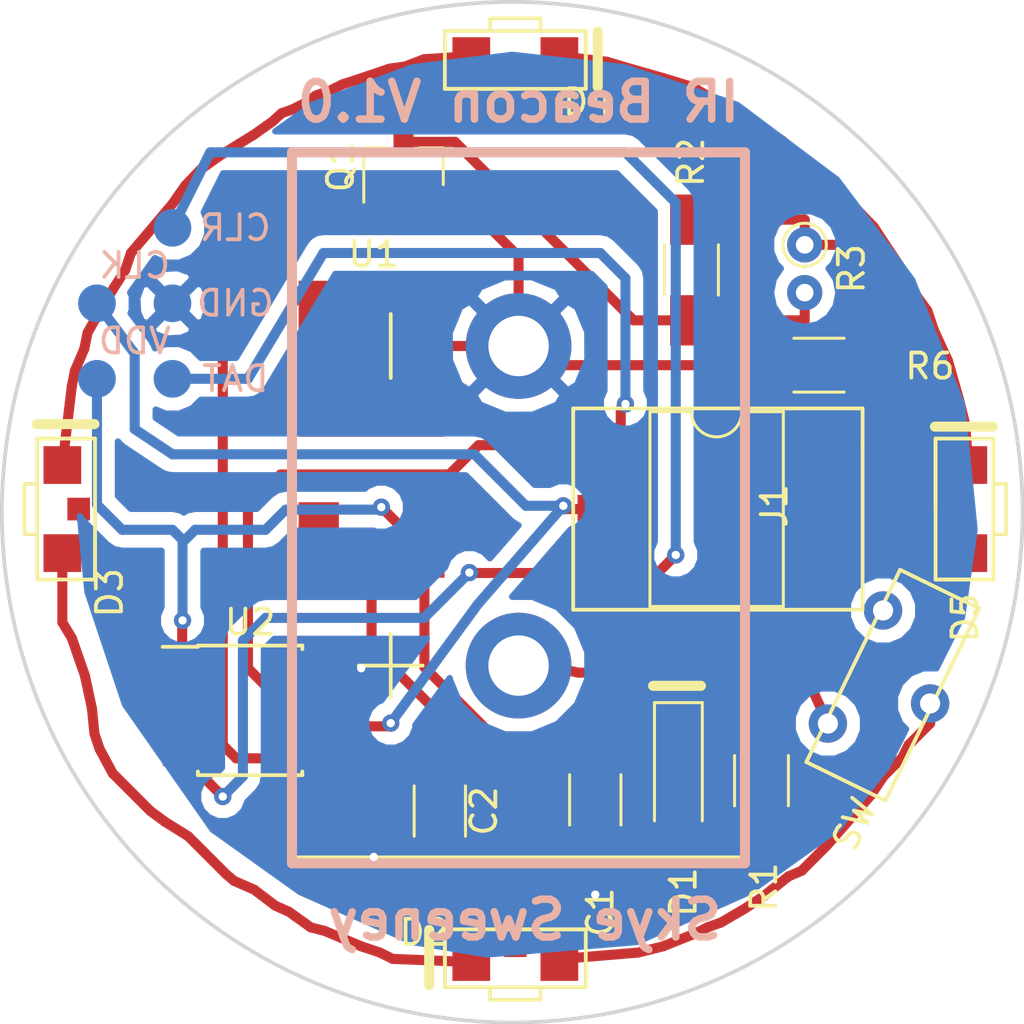
<source format=kicad_pcb>
(kicad_pcb (version 4) (host pcbnew 4.0.7)

  (general
    (links 34)
    (no_connects 0)
    (area 114.372 74.239047 185.034762 131.806571)
    (thickness 1.6)
    (drawings 12)
    (tracks 218)
    (zones 0)
    (modules 22)
    (nets 16)
  )

  (page A4)
  (layers
    (0 F.Cu signal hide)
    (31 B.Cu signal hide)
    (36 B.SilkS user)
    (37 F.SilkS user hide)
    (38 B.Mask user hide)
    (39 F.Mask user hide)
    (44 Edge.Cuts user)
  )

  (setup
    (last_trace_width 0.1524)
    (user_trace_width 0.2)
    (user_trace_width 0.3)
    (user_trace_width 0.4)
    (user_trace_width 0.5)
    (trace_clearance 0.1524)
    (zone_clearance 0.508)
    (zone_45_only no)
    (trace_min 0.1524)
    (segment_width 0.4)
    (edge_width 0.15)
    (via_size 0.6858)
    (via_drill 0.3302)
    (via_min_size 0.6858)
    (via_min_drill 0.3302)
    (uvia_size 0.6858)
    (uvia_drill 0.3302)
    (uvias_allowed no)
    (uvia_min_size 0.6858)
    (uvia_min_drill 0.3302)
    (pcb_text_width 0.3)
    (pcb_text_size 1.5 1.5)
    (mod_edge_width 0.15)
    (mod_text_size 1 1)
    (mod_text_width 0.15)
    (pad_size 1.5 1.5)
    (pad_drill 0)
    (pad_to_mask_clearance 0.0508)
    (aux_axis_origin 0 0)
    (grid_origin 163.376 117.824)
    (visible_elements 7FFFFFFF)
    (pcbplotparams
      (layerselection 0x00030_80000001)
      (usegerberextensions false)
      (excludeedgelayer true)
      (linewidth 0.100000)
      (plotframeref false)
      (viasonmask false)
      (mode 1)
      (useauxorigin false)
      (hpglpennumber 1)
      (hpglpenspeed 20)
      (hpglpendiameter 15)
      (hpglpenoverlay 2)
      (psnegative false)
      (psa4output false)
      (plotreference true)
      (plotvalue true)
      (plotinvisibletext false)
      (padsonsilk false)
      (subtractmaskfromsilk false)
      (outputformat 1)
      (mirror false)
      (drillshape 1)
      (scaleselection 1)
      (outputdirectory ""))
  )

  (net 0 "")
  (net 1 "Net-(C1-Pad1)")
  (net 2 GND)
  (net 3 "Net-(C2-Pad1)")
  (net 4 "Net-(D1-Pad1)")
  (net 5 "Net-(D2-Pad1)")
  (net 6 "Net-(D3-Pad1)")
  (net 7 "Net-(D4-Pad1)")
  (net 8 "Net-(D5-Pad1)")
  (net 9 "Net-(J1-Pad2)")
  (net 10 "Net-(R6-Pad2)")
  (net 11 "Net-(Q1-Pad1)")
  (net 12 "Net-(Q1-Pad3)")
  (net 13 "Net-(SW2-Pad2)")
  (net 14 "Net-(CLR1-Pad1)")
  (net 15 "Net-(DAT1-Pad1)")

  (net_class Default "This is the default net class."
    (clearance 0.1524)
    (trace_width 0.1524)
    (via_dia 0.6858)
    (via_drill 0.3302)
    (uvia_dia 0.6858)
    (uvia_drill 0.3302)
    (add_net GND)
    (add_net "Net-(C1-Pad1)")
    (add_net "Net-(C2-Pad1)")
    (add_net "Net-(CLR1-Pad1)")
    (add_net "Net-(D1-Pad1)")
    (add_net "Net-(D2-Pad1)")
    (add_net "Net-(D3-Pad1)")
    (add_net "Net-(D4-Pad1)")
    (add_net "Net-(D5-Pad1)")
    (add_net "Net-(DAT1-Pad1)")
    (add_net "Net-(J1-Pad2)")
    (add_net "Net-(Q1-Pad1)")
    (add_net "Net-(Q1-Pad3)")
    (add_net "Net-(R6-Pad2)")
    (add_net "Net-(SW2-Pad2)")
  )

  (net_class Mine ""
    (clearance 0.254)
    (trace_width 0.254)
    (via_dia 0.762)
    (via_drill 0.508)
    (uvia_dia 0.6858)
    (uvia_drill 0.3302)
  )

  (module MyStuff:Switch_CL-SB-12C-01 (layer F.Cu) (tedit 5AB47995) (tstamp 5AA08BC5)
    (at 166 110 64)
    (path /5AA08C2B)
    (fp_text reference SW1 (at 3.960127 12.39438 64) (layer F.SilkS) hide
      (effects (font (size 1 1) (thickness 0.15)))
    )
    (fp_text value SW_SPDT (at 5.538529 11.06824 64) (layer F.Fab) hide
      (effects (font (size 1 1) (thickness 0.15)))
    )
    (fp_text user SW (at -5.633016 1.0518 64) (layer F.SilkS)
      (effects (font (size 1 1) (thickness 0.15)))
    )
    (fp_line (start 4.25 0) (end 4.25 -1.75) (layer F.SilkS) (width 0.15))
    (fp_line (start 4.25 -1.75) (end -4.25 -1.75) (layer F.SilkS) (width 0.15))
    (fp_line (start -4.25 -1.75) (end -4.25 1.75) (layer F.SilkS) (width 0.15))
    (fp_line (start -4.25 1.75) (end 4.25 1.75) (layer F.SilkS) (width 0.15))
    (fp_line (start 4.25 1.75) (end 4.25 0) (layer F.SilkS) (width 0.15))
    (pad 1 thru_hole circle (at 2.5 -1.65 64) (size 1.524 1.524) (drill 0.8) (layers *.Cu *.Mask))
    (pad 2 thru_hole circle (at -2.5 -1.65 64) (size 1.524 1.524) (drill 0.8) (layers *.Cu *.Mask)
      (net 9 "Net-(J1-Pad2)"))
    (pad 3 thru_hole circle (at 0 1.65 64) (size 1.524 1.524) (drill 0.8) (layers *.Cu *.Mask)
      (net 3 "Net-(C2-Pad1)"))
  )

  (module Capacitors_SMD:C_1206_HandSoldering (layer F.Cu) (tedit 5AB47976) (tstamp 5A9CA3BE)
    (at 154.178 114.554 270)
    (descr "Capacitor SMD 1206, hand soldering")
    (tags "capacitor 1206")
    (path /5A8DD42E)
    (attr smd)
    (fp_text reference C1 (at 4.47 -0.198 270) (layer F.SilkS)
      (effects (font (size 1 1) (thickness 0.15)))
    )
    (fp_text value 4.7uf (at 15.07 -9.948 270) (layer F.Fab) hide
      (effects (font (size 1 1) (thickness 0.15)))
    )
    (fp_text user %R (at 0 -1.75 270) (layer F.Fab)
      (effects (font (size 1 1) (thickness 0.15)))
    )
    (fp_line (start -1.6 0.8) (end -1.6 -0.8) (layer F.Fab) (width 0.1))
    (fp_line (start 1.6 0.8) (end -1.6 0.8) (layer F.Fab) (width 0.1))
    (fp_line (start 1.6 -0.8) (end 1.6 0.8) (layer F.Fab) (width 0.1))
    (fp_line (start -1.6 -0.8) (end 1.6 -0.8) (layer F.Fab) (width 0.1))
    (fp_line (start 1 -1.02) (end -1 -1.02) (layer F.SilkS) (width 0.12))
    (fp_line (start -1 1.02) (end 1 1.02) (layer F.SilkS) (width 0.12))
    (fp_line (start -3.25 -1.05) (end 3.25 -1.05) (layer F.CrtYd) (width 0.05))
    (fp_line (start -3.25 -1.05) (end -3.25 1.05) (layer F.CrtYd) (width 0.05))
    (fp_line (start 3.25 1.05) (end 3.25 -1.05) (layer F.CrtYd) (width 0.05))
    (fp_line (start 3.25 1.05) (end -3.25 1.05) (layer F.CrtYd) (width 0.05))
    (pad 1 smd rect (at -2 0 270) (size 2 1.6) (layers F.Cu F.Mask)
      (net 1 "Net-(C1-Pad1)"))
    (pad 2 smd rect (at 2 0 270) (size 2 1.6) (layers F.Cu F.Mask)
      (net 2 GND))
    (model Capacitors_SMD.3dshapes/C_1206.wrl
      (at (xyz 0 0 0))
      (scale (xyz 1 1 1))
      (rotate (xyz 0 0 0))
    )
  )

  (module Capacitors_SMD:C_1206_HandSoldering (layer F.Cu) (tedit 58AA84D1) (tstamp 5A9CA3C4)
    (at 148 115 270)
    (descr "Capacitor SMD 1206, hand soldering")
    (tags "capacitor 1206")
    (path /5A8F0A11)
    (attr smd)
    (fp_text reference C2 (at 0 -1.75 270) (layer F.SilkS)
      (effects (font (size 1 1) (thickness 0.15)))
    )
    (fp_text value 4.7uf (at 0 2 270) (layer F.Fab)
      (effects (font (size 1 1) (thickness 0.15)))
    )
    (fp_text user %R (at 0 -1.75 270) (layer F.Fab)
      (effects (font (size 1 1) (thickness 0.15)))
    )
    (fp_line (start -1.6 0.8) (end -1.6 -0.8) (layer F.Fab) (width 0.1))
    (fp_line (start 1.6 0.8) (end -1.6 0.8) (layer F.Fab) (width 0.1))
    (fp_line (start 1.6 -0.8) (end 1.6 0.8) (layer F.Fab) (width 0.1))
    (fp_line (start -1.6 -0.8) (end 1.6 -0.8) (layer F.Fab) (width 0.1))
    (fp_line (start 1 -1.02) (end -1 -1.02) (layer F.SilkS) (width 0.12))
    (fp_line (start -1 1.02) (end 1 1.02) (layer F.SilkS) (width 0.12))
    (fp_line (start -3.25 -1.05) (end 3.25 -1.05) (layer F.CrtYd) (width 0.05))
    (fp_line (start -3.25 -1.05) (end -3.25 1.05) (layer F.CrtYd) (width 0.05))
    (fp_line (start 3.25 1.05) (end 3.25 -1.05) (layer F.CrtYd) (width 0.05))
    (fp_line (start 3.25 1.05) (end -3.25 1.05) (layer F.CrtYd) (width 0.05))
    (pad 1 smd rect (at -2 0 270) (size 2 1.6) (layers F.Cu F.Mask)
      (net 3 "Net-(C2-Pad1)"))
    (pad 2 smd rect (at 2 0 270) (size 2 1.6) (layers F.Cu F.Mask)
      (net 2 GND))
    (model Capacitors_SMD.3dshapes/C_1206.wrl
      (at (xyz 0 0 0))
      (scale (xyz 1 1 1))
      (rotate (xyz 0 0 0))
    )
  )

  (module LEDs:LED_1206_HandSoldering (layer F.Cu) (tedit 5AB47972) (tstamp 5A9CA3CA)
    (at 157.48 113.792 270)
    (descr "LED SMD 1206, hand soldering")
    (tags "LED 1206")
    (path /5A8DD63F)
    (attr smd)
    (fp_text reference D1 (at 4.432 -0.196 270) (layer F.SilkS)
      (effects (font (size 1 1) (thickness 0.15)))
    )
    (fp_text value LED (at 15.582 -9.396 270) (layer F.Fab) hide
      (effects (font (size 1 1) (thickness 0.15)))
    )
    (fp_line (start -3.1 -0.95) (end -3.1 0.95) (layer F.SilkS) (width 0.12))
    (fp_line (start -0.4 0) (end 0.2 -0.4) (layer F.Fab) (width 0.1))
    (fp_line (start 0.2 -0.4) (end 0.2 0.4) (layer F.Fab) (width 0.1))
    (fp_line (start 0.2 0.4) (end -0.4 0) (layer F.Fab) (width 0.1))
    (fp_line (start -0.45 -0.4) (end -0.45 0.4) (layer F.Fab) (width 0.1))
    (fp_line (start -1.6 0.8) (end -1.6 -0.8) (layer F.Fab) (width 0.1))
    (fp_line (start 1.6 0.8) (end -1.6 0.8) (layer F.Fab) (width 0.1))
    (fp_line (start 1.6 -0.8) (end 1.6 0.8) (layer F.Fab) (width 0.1))
    (fp_line (start -1.6 -0.8) (end 1.6 -0.8) (layer F.Fab) (width 0.1))
    (fp_line (start -3.1 0.95) (end 1.6 0.95) (layer F.SilkS) (width 0.12))
    (fp_line (start -3.1 -0.95) (end 1.6 -0.95) (layer F.SilkS) (width 0.12))
    (fp_line (start -3.25 -1.11) (end 3.25 -1.11) (layer F.CrtYd) (width 0.05))
    (fp_line (start -3.25 -1.11) (end -3.25 1.1) (layer F.CrtYd) (width 0.05))
    (fp_line (start 3.25 1.1) (end 3.25 -1.11) (layer F.CrtYd) (width 0.05))
    (fp_line (start 3.25 1.1) (end -3.25 1.1) (layer F.CrtYd) (width 0.05))
    (pad 1 smd rect (at -2 0 270) (size 2 1.7) (layers F.Cu F.Mask)
      (net 4 "Net-(D1-Pad1)"))
    (pad 2 smd rect (at 2 0 270) (size 2 1.7) (layers F.Cu F.Mask)
      (net 1 "Net-(C1-Pad1)"))
    (model ${KISYS3DMOD}/LEDs.3dshapes/LED_1206.wrl
      (at (xyz 0 0 0))
      (scale (xyz 1 1 1))
      (rotate (xyz 0 0 180))
    )
  )

  (module Resistors_SMD:R_1206_HandSoldering (layer F.Cu) (tedit 5AB4796D) (tstamp 5A9CA3F8)
    (at 160.782 113.792 270)
    (descr "Resistor SMD 1206, hand soldering")
    (tags "resistor 1206")
    (path /5A8DD6E4)
    (attr smd)
    (fp_text reference R1 (at 4.232 -0.094 270) (layer F.SilkS)
      (effects (font (size 1 1) (thickness 0.15)))
    )
    (fp_text value 220 (at 15.832 -7.844 270) (layer F.Fab) hide
      (effects (font (size 1 1) (thickness 0.15)))
    )
    (fp_text user %R (at 0 0 270) (layer F.Fab)
      (effects (font (size 0.7 0.7) (thickness 0.105)))
    )
    (fp_line (start -1.6 0.8) (end -1.6 -0.8) (layer F.Fab) (width 0.1))
    (fp_line (start 1.6 0.8) (end -1.6 0.8) (layer F.Fab) (width 0.1))
    (fp_line (start 1.6 -0.8) (end 1.6 0.8) (layer F.Fab) (width 0.1))
    (fp_line (start -1.6 -0.8) (end 1.6 -0.8) (layer F.Fab) (width 0.1))
    (fp_line (start 1 1.07) (end -1 1.07) (layer F.SilkS) (width 0.12))
    (fp_line (start -1 -1.07) (end 1 -1.07) (layer F.SilkS) (width 0.12))
    (fp_line (start -3.25 -1.11) (end 3.25 -1.11) (layer F.CrtYd) (width 0.05))
    (fp_line (start -3.25 -1.11) (end -3.25 1.1) (layer F.CrtYd) (width 0.05))
    (fp_line (start 3.25 1.1) (end 3.25 -1.11) (layer F.CrtYd) (width 0.05))
    (fp_line (start 3.25 1.1) (end -3.25 1.1) (layer F.CrtYd) (width 0.05))
    (pad 1 smd rect (at -2 0 270) (size 2 1.7) (layers F.Cu F.Mask)
      (net 4 "Net-(D1-Pad1)"))
    (pad 2 smd rect (at 2 0 270) (size 2 1.7) (layers F.Cu F.Mask)
      (net 2 GND))
    (model ${KISYS3DMOD}/Resistors_SMD.3dshapes/R_1206.wrl
      (at (xyz 0 0 0))
      (scale (xyz 1 1 1))
      (rotate (xyz 0 0 0))
    )
  )

  (module Resistors_SMD:R_1206_HandSoldering (layer F.Cu) (tedit 5AB479A3) (tstamp 5A9CA3FE)
    (at 158 93.5 270)
    (descr "Resistor SMD 1206, hand soldering")
    (tags "resistor 1206")
    (path /5A8DE03F)
    (attr smd)
    (fp_text reference R2 (at -4.276 0.024 270) (layer F.SilkS)
      (effects (font (size 1 1) (thickness 0.15)))
    )
    (fp_text value 220 (at -0.376 -16.376 270) (layer F.Fab) hide
      (effects (font (size 1 1) (thickness 0.15)))
    )
    (fp_text user %R (at 0 0 270) (layer F.Fab)
      (effects (font (size 0.7 0.7) (thickness 0.105)))
    )
    (fp_line (start -1.6 0.8) (end -1.6 -0.8) (layer F.Fab) (width 0.1))
    (fp_line (start 1.6 0.8) (end -1.6 0.8) (layer F.Fab) (width 0.1))
    (fp_line (start 1.6 -0.8) (end 1.6 0.8) (layer F.Fab) (width 0.1))
    (fp_line (start -1.6 -0.8) (end 1.6 -0.8) (layer F.Fab) (width 0.1))
    (fp_line (start 1 1.07) (end -1 1.07) (layer F.SilkS) (width 0.12))
    (fp_line (start -1 -1.07) (end 1 -1.07) (layer F.SilkS) (width 0.12))
    (fp_line (start -3.25 -1.11) (end 3.25 -1.11) (layer F.CrtYd) (width 0.05))
    (fp_line (start -3.25 -1.11) (end -3.25 1.1) (layer F.CrtYd) (width 0.05))
    (fp_line (start 3.25 1.1) (end 3.25 -1.11) (layer F.CrtYd) (width 0.05))
    (fp_line (start 3.25 1.1) (end -3.25 1.1) (layer F.CrtYd) (width 0.05))
    (pad 1 smd rect (at -2 0 270) (size 2 1.7) (layers F.Cu F.Mask)
      (net 8 "Net-(D5-Pad1)"))
    (pad 2 smd rect (at 2 0 270) (size 2 1.7) (layers F.Cu F.Mask)
      (net 12 "Net-(Q1-Pad3)"))
    (model ${KISYS3DMOD}/Resistors_SMD.3dshapes/R_1206.wrl
      (at (xyz 0 0 0))
      (scale (xyz 1 1 1))
      (rotate (xyz 0 0 0))
    )
  )

  (module Resistors_SMD:R_1206_HandSoldering (layer F.Cu) (tedit 5AB4799E) (tstamp 5A9CA404)
    (at 163.068 97.282)
    (descr "Resistor SMD 1206, hand soldering")
    (tags "resistor 1206")
    (path /5A8F0708)
    (attr smd)
    (fp_text reference R6 (at 4.408 0.042) (layer F.SilkS)
      (effects (font (size 1 1) (thickness 0.15)))
    )
    (fp_text value 1K (at 17.308 -1.158) (layer F.Fab) hide
      (effects (font (size 1 1) (thickness 0.15)))
    )
    (fp_text user %R (at 0 0) (layer F.Fab)
      (effects (font (size 0.7 0.7) (thickness 0.105)))
    )
    (fp_line (start -1.6 0.8) (end -1.6 -0.8) (layer F.Fab) (width 0.1))
    (fp_line (start 1.6 0.8) (end -1.6 0.8) (layer F.Fab) (width 0.1))
    (fp_line (start 1.6 -0.8) (end 1.6 0.8) (layer F.Fab) (width 0.1))
    (fp_line (start -1.6 -0.8) (end 1.6 -0.8) (layer F.Fab) (width 0.1))
    (fp_line (start 1 1.07) (end -1 1.07) (layer F.SilkS) (width 0.12))
    (fp_line (start -1 -1.07) (end 1 -1.07) (layer F.SilkS) (width 0.12))
    (fp_line (start -3.25 -1.11) (end 3.25 -1.11) (layer F.CrtYd) (width 0.05))
    (fp_line (start -3.25 -1.11) (end -3.25 1.1) (layer F.CrtYd) (width 0.05))
    (fp_line (start 3.25 1.1) (end 3.25 -1.11) (layer F.CrtYd) (width 0.05))
    (fp_line (start 3.25 1.1) (end -3.25 1.1) (layer F.CrtYd) (width 0.05))
    (pad 1 smd rect (at -2 0) (size 2 1.7) (layers F.Cu F.Mask)
      (net 2 GND))
    (pad 2 smd rect (at 2 0) (size 2 1.7) (layers F.Cu F.Mask)
      (net 10 "Net-(R6-Pad2)"))
    (model ${KISYS3DMOD}/Resistors_SMD.3dshapes/R_1206.wrl
      (at (xyz 0 0 0))
      (scale (xyz 1 1 1))
      (rotate (xyz 0 0 0))
    )
  )

  (module Resistors_THT:R_Axial_DIN0204_L3.6mm_D1.6mm_P1.90mm_Vertical (layer F.Cu) (tedit 5AA9C368) (tstamp 5AA08798)
    (at 162.5 92.5 270)
    (descr "Resistor, Axial_DIN0204 series, Axial, Vertical, pin pitch=1.9mm, 0.16666666666666666W = 1/6W, length*diameter=3.6*1.6mm^2, http://cdn-reichelt.de/documents/datenblatt/B400/1_4W%23YAG.pdf")
    (tags "Resistor Axial_DIN0204 series Axial Vertical pin pitch 1.9mm 0.16666666666666666W = 1/6W length 3.6mm diameter 1.6mm")
    (path /5AA0880D)
    (fp_text reference R3 (at 0.95 -1.86 270) (layer F.SilkS)
      (effects (font (size 1 1) (thickness 0.15)))
    )
    (fp_text value 220 (at 0.874 -13.376 270) (layer F.Fab) hide
      (effects (font (size 1 1) (thickness 0.15)))
    )
    (fp_circle (center 0 0) (end 0.8 0) (layer F.Fab) (width 0.1))
    (fp_circle (center 0 0) (end 0.86 0) (layer F.SilkS) (width 0.12))
    (fp_line (start 0 0) (end 1.9 0) (layer F.Fab) (width 0.1))
    (fp_line (start 0.86 0) (end 0.9 0) (layer F.SilkS) (width 0.12))
    (fp_line (start -1.15 -1.15) (end -1.15 1.15) (layer F.CrtYd) (width 0.05))
    (fp_line (start -1.15 1.15) (end 2.95 1.15) (layer F.CrtYd) (width 0.05))
    (fp_line (start 2.95 1.15) (end 2.95 -1.15) (layer F.CrtYd) (width 0.05))
    (fp_line (start 2.95 -1.15) (end -1.15 -1.15) (layer F.CrtYd) (width 0.05))
    (pad 1 thru_hole circle (at 0 0 270) (size 1.4 1.4) (drill 0.7) (layers *.Cu *.Mask)
      (net 8 "Net-(D5-Pad1)"))
    (pad 2 thru_hole oval (at 1.9 0 270) (size 1.4 1.4) (drill 0.7) (layers *.Cu *.Mask)
      (net 12 "Net-(Q1-Pad3)"))
    (model ${KISYS3DMOD}/Resistors_THT.3dshapes/R_Axial_DIN0204_L3.6mm_D1.6mm_P1.90mm_Vertical.wrl
      (at (xyz 0 0 0))
      (scale (xyz 0.393701 0.393701 0.393701))
      (rotate (xyz 0 0 0))
    )
  )

  (module MyStuff:DPACK (layer F.Cu) (tedit 5AA9C408) (tstamp 5AA0A304)
    (at 145.288 97.028)
    (path /5A8DD3D9)
    (fp_text reference U1 (at 0.088 -4.154) (layer F.SilkS)
      (effects (font (size 1 1) (thickness 0.15)))
    )
    (fp_text value AP1117-50 (at -6.912 -17.904) (layer F.Fab) hide
      (effects (font (size 1 1) (thickness 0.15)))
    )
    (pad 1 smd rect (at 0 0) (size 5.8 6.2) (layers F.Cu F.Mask)
      (net 2 GND))
    (pad 2 smd rect (at 2.1 7.2) (size 1.6 3) (layers F.Cu F.Mask)
      (net 1 "Net-(C1-Pad1)"))
    (pad 3 smd rect (at -2.1 7.2) (size 1.6 3) (layers F.Cu F.Mask)
      (net 3 "Net-(C2-Pad1)"))
  )

  (module TO_SOT_Packages_SMD:SOT-23 (layer F.Cu) (tedit 5AA9C3A2) (tstamp 5AA46E2A)
    (at 146.558 89.408 90)
    (descr "SOT-23, Standard")
    (tags SOT-23)
    (path /5AA46C64)
    (attr smd)
    (fp_text reference Q1 (at 0 -2.5 90) (layer F.SilkS)
      (effects (font (size 1 1) (thickness 0.15)))
    )
    (fp_text value BSS138 (at 12.034 -1.432 90) (layer F.Fab) hide
      (effects (font (size 1 1) (thickness 0.15)))
    )
    (fp_text user %R (at 0 0 180) (layer F.Fab)
      (effects (font (size 0.5 0.5) (thickness 0.075)))
    )
    (fp_line (start -0.7 -0.95) (end -0.7 1.5) (layer F.Fab) (width 0.1))
    (fp_line (start -0.15 -1.52) (end 0.7 -1.52) (layer F.Fab) (width 0.1))
    (fp_line (start -0.7 -0.95) (end -0.15 -1.52) (layer F.Fab) (width 0.1))
    (fp_line (start 0.7 -1.52) (end 0.7 1.52) (layer F.Fab) (width 0.1))
    (fp_line (start -0.7 1.52) (end 0.7 1.52) (layer F.Fab) (width 0.1))
    (fp_line (start 0.76 1.58) (end 0.76 0.65) (layer F.SilkS) (width 0.12))
    (fp_line (start 0.76 -1.58) (end 0.76 -0.65) (layer F.SilkS) (width 0.12))
    (fp_line (start -1.7 -1.75) (end 1.7 -1.75) (layer F.CrtYd) (width 0.05))
    (fp_line (start 1.7 -1.75) (end 1.7 1.75) (layer F.CrtYd) (width 0.05))
    (fp_line (start 1.7 1.75) (end -1.7 1.75) (layer F.CrtYd) (width 0.05))
    (fp_line (start -1.7 1.75) (end -1.7 -1.75) (layer F.CrtYd) (width 0.05))
    (fp_line (start 0.76 -1.58) (end -1.4 -1.58) (layer F.SilkS) (width 0.12))
    (fp_line (start 0.76 1.58) (end -0.7 1.58) (layer F.SilkS) (width 0.12))
    (pad 1 smd rect (at -1 -0.95 90) (size 0.9 0.8) (layers F.Cu F.Mask)
      (net 11 "Net-(Q1-Pad1)"))
    (pad 2 smd rect (at -1 0.95 90) (size 0.9 0.8) (layers F.Cu F.Mask)
      (net 2 GND))
    (pad 3 smd rect (at 1 0 90) (size 0.9 0.8) (layers F.Cu F.Mask)
      (net 12 "Net-(Q1-Pad3)"))
    (model ${KISYS3DMOD}/TO_SOT_Packages_SMD.3dshapes/SOT-23.wrl
      (at (xyz 0 0 0))
      (scale (xyz 1 1 1))
      (rotate (xyz 0 0 0))
    )
  )

  (module Housings_SOIC:SOIC-8_3.9x4.9mm_Pitch1.27mm (layer F.Cu) (tedit 5AA9C41E) (tstamp 5AA5B616)
    (at 140.462 110.998)
    (descr "8-Lead Plastic Small Outline (SN) - Narrow, 3.90 mm Body [SOIC] (see Microchip Packaging Specification 00000049BS.pdf)")
    (tags "SOIC 1.27")
    (path /5A8ECF55)
    (attr smd)
    (fp_text reference U2 (at 0 -3.5) (layer F.SilkS)
      (effects (font (size 1 1) (thickness 0.15)))
    )
    (fp_text value PIC16F15313 (at -20.836 1.126) (layer F.Fab) hide
      (effects (font (size 1 1) (thickness 0.15)))
    )
    (fp_text user %R (at 0 0) (layer F.Fab)
      (effects (font (size 1 1) (thickness 0.15)))
    )
    (fp_line (start -0.95 -2.45) (end 1.95 -2.45) (layer F.Fab) (width 0.1))
    (fp_line (start 1.95 -2.45) (end 1.95 2.45) (layer F.Fab) (width 0.1))
    (fp_line (start 1.95 2.45) (end -1.95 2.45) (layer F.Fab) (width 0.1))
    (fp_line (start -1.95 2.45) (end -1.95 -1.45) (layer F.Fab) (width 0.1))
    (fp_line (start -1.95 -1.45) (end -0.95 -2.45) (layer F.Fab) (width 0.1))
    (fp_line (start -3.73 -2.7) (end -3.73 2.7) (layer F.CrtYd) (width 0.05))
    (fp_line (start 3.73 -2.7) (end 3.73 2.7) (layer F.CrtYd) (width 0.05))
    (fp_line (start -3.73 -2.7) (end 3.73 -2.7) (layer F.CrtYd) (width 0.05))
    (fp_line (start -3.73 2.7) (end 3.73 2.7) (layer F.CrtYd) (width 0.05))
    (fp_line (start -2.075 -2.575) (end -2.075 -2.525) (layer F.SilkS) (width 0.15))
    (fp_line (start 2.075 -2.575) (end 2.075 -2.43) (layer F.SilkS) (width 0.15))
    (fp_line (start 2.075 2.575) (end 2.075 2.43) (layer F.SilkS) (width 0.15))
    (fp_line (start -2.075 2.575) (end -2.075 2.43) (layer F.SilkS) (width 0.15))
    (fp_line (start -2.075 -2.575) (end 2.075 -2.575) (layer F.SilkS) (width 0.15))
    (fp_line (start -2.075 2.575) (end 2.075 2.575) (layer F.SilkS) (width 0.15))
    (fp_line (start -2.075 -2.525) (end -3.475 -2.525) (layer F.SilkS) (width 0.15))
    (pad 1 smd rect (at -2.7 -1.905) (size 1.55 0.6) (layers F.Cu F.Mask)
      (net 1 "Net-(C1-Pad1)"))
    (pad 2 smd rect (at -2.7 -0.635) (size 1.55 0.6) (layers F.Cu F.Mask))
    (pad 3 smd rect (at -2.7 0.635) (size 1.55 0.6) (layers F.Cu F.Mask))
    (pad 4 smd rect (at -2.7 1.905) (size 1.55 0.6) (layers F.Cu F.Mask)
      (net 14 "Net-(CLR1-Pad1)"))
    (pad 5 smd rect (at 2.7 1.905) (size 1.55 0.6) (layers F.Cu F.Mask)
      (net 11 "Net-(Q1-Pad1)"))
    (pad 6 smd rect (at 2.7 0.635) (size 1.55 0.6) (layers F.Cu F.Mask)
      (net 13 "Net-(SW2-Pad2)"))
    (pad 7 smd rect (at 2.7 -0.635) (size 1.55 0.6) (layers F.Cu F.Mask)
      (net 15 "Net-(DAT1-Pad1)"))
    (pad 8 smd rect (at 2.7 -1.905) (size 1.55 0.6) (layers F.Cu F.Mask)
      (net 2 GND))
    (model ${KISYS3DMOD}/Housings_SOIC.3dshapes/SOIC-8_3.9x4.9mm_Pitch1.27mm.wrl
      (at (xyz 0 0 0))
      (scale (xyz 1 1 1))
      (rotate (xyz 0 0 0))
    )
  )

  (module MyStuff:KingbrightSideMountLed (layer F.Cu) (tedit 5AB54070) (tstamp 5A9F50A5)
    (at 151 85)
    (path /5A8DDFC5)
    (fp_text reference D4 (at 2.876 1.824) (layer F.SilkS)
      (effects (font (size 1 1) (thickness 0.15)))
    )
    (fp_text value LD271 (at 0.2 -3.5) (layer F.Fab)
      (effects (font (size 1 1) (thickness 0.15)))
    )
    (fp_line (start 1 -1.5) (end 1 -1) (layer F.SilkS) (width 0.15))
    (fp_line (start -1 -1.5) (end -1 -1) (layer F.SilkS) (width 0.15))
    (fp_line (start 2.8 1.3) (end -2.8 1.3) (layer F.SilkS) (width 0.15))
    (fp_line (start 2.8 -1) (end 2.8 1.3) (layer F.SilkS) (width 0.15))
    (fp_line (start 2.8 0) (end 2.8 1.3) (layer F.SilkS) (width 0.15))
    (fp_line (start 2.8 -1) (end -2.8 -1) (layer F.SilkS) (width 0.15))
    (fp_line (start 2.8 0) (end 2.8 -1) (layer F.SilkS) (width 0.15))
    (fp_line (start -2.8 1.3) (end -2.8 -1) (layer F.SilkS) (width 0.15))
    (fp_line (start 0 1.3) (end -2.8 1.3) (layer F.SilkS) (width 0.15))
    (fp_line (start 0 -1.5) (end 1 -1.5) (layer F.SilkS) (width 0.15))
    (fp_line (start 0 -1.5) (end -1 -1.5) (layer F.SilkS) (width 0.15))
    (pad 2 smd rect (at -1.75 0) (size 1.5 1.5) (layers F.Cu F.Mask)
      (net 6 "Net-(D3-Pad1)"))
    (pad 1 smd rect (at 1.75 0) (size 1.5 1.5) (layers F.Cu F.Mask)
      (net 7 "Net-(D4-Pad1)"))
    (pad 3 smd rect (at 0 0.65) (size 0.9 0.9) (layers F.Cu F.Mask))
  )

  (module MyStuff:KingbrightSideMountLed (layer F.Cu) (tedit 5AB5407E) (tstamp 5A9F50B5)
    (at 169 103 270)
    (path /5A8DDFFC)
    (fp_text reference D5 (at 4.324 0.124 270) (layer F.SilkS)
      (effects (font (size 1 1) (thickness 0.15)))
    )
    (fp_text value LD271 (at 0.2 -3.5 270) (layer F.Fab)
      (effects (font (size 1 1) (thickness 0.15)))
    )
    (fp_line (start 1 -1.5) (end 1 -1) (layer F.SilkS) (width 0.15))
    (fp_line (start -1 -1.5) (end -1 -1) (layer F.SilkS) (width 0.15))
    (fp_line (start 2.8 1.3) (end -2.8 1.3) (layer F.SilkS) (width 0.15))
    (fp_line (start 2.8 -1) (end 2.8 1.3) (layer F.SilkS) (width 0.15))
    (fp_line (start 2.8 0) (end 2.8 1.3) (layer F.SilkS) (width 0.15))
    (fp_line (start 2.8 -1) (end -2.8 -1) (layer F.SilkS) (width 0.15))
    (fp_line (start 2.8 0) (end 2.8 -1) (layer F.SilkS) (width 0.15))
    (fp_line (start -2.8 1.3) (end -2.8 -1) (layer F.SilkS) (width 0.15))
    (fp_line (start 0 1.3) (end -2.8 1.3) (layer F.SilkS) (width 0.15))
    (fp_line (start 0 -1.5) (end 1 -1.5) (layer F.SilkS) (width 0.15))
    (fp_line (start 0 -1.5) (end -1 -1.5) (layer F.SilkS) (width 0.15))
    (pad 2 smd rect (at -1.75 0 270) (size 1.5 1.5) (layers F.Cu F.Mask)
      (net 7 "Net-(D4-Pad1)"))
    (pad 1 smd rect (at 1.75 0 270) (size 1.5 1.5) (layers F.Cu F.Mask)
      (net 8 "Net-(D5-Pad1)"))
    (pad 3 smd rect (at 0 0.65 270) (size 0.9 0.9) (layers F.Cu F.Mask))
  )

  (module MyStuff:KingbrightSideMountLed (layer F.Cu) (tedit 5AB54086) (tstamp 5A9F5095)
    (at 133 103 90)
    (path /5A8DDF82)
    (fp_text reference D3 (at -3.324 1.876 90) (layer F.SilkS)
      (effects (font (size 1 1) (thickness 0.15)))
    )
    (fp_text value LD271 (at 0.2 -3.5 90) (layer F.Fab)
      (effects (font (size 1 1) (thickness 0.15)))
    )
    (fp_line (start 1 -1.5) (end 1 -1) (layer F.SilkS) (width 0.15))
    (fp_line (start -1 -1.5) (end -1 -1) (layer F.SilkS) (width 0.15))
    (fp_line (start 2.8 1.3) (end -2.8 1.3) (layer F.SilkS) (width 0.15))
    (fp_line (start 2.8 -1) (end 2.8 1.3) (layer F.SilkS) (width 0.15))
    (fp_line (start 2.8 0) (end 2.8 1.3) (layer F.SilkS) (width 0.15))
    (fp_line (start 2.8 -1) (end -2.8 -1) (layer F.SilkS) (width 0.15))
    (fp_line (start 2.8 0) (end 2.8 -1) (layer F.SilkS) (width 0.15))
    (fp_line (start -2.8 1.3) (end -2.8 -1) (layer F.SilkS) (width 0.15))
    (fp_line (start 0 1.3) (end -2.8 1.3) (layer F.SilkS) (width 0.15))
    (fp_line (start 0 -1.5) (end 1 -1.5) (layer F.SilkS) (width 0.15))
    (fp_line (start 0 -1.5) (end -1 -1.5) (layer F.SilkS) (width 0.15))
    (pad 2 smd rect (at -1.75 0 90) (size 1.5 1.5) (layers F.Cu F.Mask)
      (net 5 "Net-(D2-Pad1)"))
    (pad 1 smd rect (at 1.75 0 90) (size 1.5 1.5) (layers F.Cu F.Mask)
      (net 6 "Net-(D3-Pad1)"))
    (pad "" smd rect (at 0 0.65 90) (size 0.9 0.9) (layers F.Cu F.Mask))
  )

  (module MyStuff:KingbrightSideMountLed (layer F.Cu) (tedit 5AB5408C) (tstamp 5A9F5085)
    (at 151 121 180)
    (path /5A8DDF2B)
    (fp_text reference D2 (at 3.624 1.176 180) (layer F.SilkS)
      (effects (font (size 1 1) (thickness 0.15)))
    )
    (fp_text value LD271 (at 0.2 -3.5 180) (layer F.Fab)
      (effects (font (size 1 1) (thickness 0.15)))
    )
    (fp_line (start 1 -1.5) (end 1 -1) (layer F.SilkS) (width 0.15))
    (fp_line (start -1 -1.5) (end -1 -1) (layer F.SilkS) (width 0.15))
    (fp_line (start 2.8 1.3) (end -2.8 1.3) (layer F.SilkS) (width 0.15))
    (fp_line (start 2.8 -1) (end 2.8 1.3) (layer F.SilkS) (width 0.15))
    (fp_line (start 2.8 0) (end 2.8 1.3) (layer F.SilkS) (width 0.15))
    (fp_line (start 2.8 -1) (end -2.8 -1) (layer F.SilkS) (width 0.15))
    (fp_line (start 2.8 0) (end 2.8 -1) (layer F.SilkS) (width 0.15))
    (fp_line (start -2.8 1.3) (end -2.8 -1) (layer F.SilkS) (width 0.15))
    (fp_line (start 0 1.3) (end -2.8 1.3) (layer F.SilkS) (width 0.15))
    (fp_line (start 0 -1.5) (end 1 -1.5) (layer F.SilkS) (width 0.15))
    (fp_line (start 0 -1.5) (end -1 -1.5) (layer F.SilkS) (width 0.15))
    (pad 2 smd rect (at -1.75 0 180) (size 1.5 1.5) (layers F.Cu F.Mask)
      (net 3 "Net-(C2-Pad1)"))
    (pad 1 smd rect (at 1.75 0 180) (size 1.5 1.5) (layers F.Cu F.Mask)
      (net 5 "Net-(D2-Pad1)"))
    (pad "" smd rect (at 0 0.65 180) (size 0.9 0.9) (layers F.Cu F.Mask))
  )

  (module Measurement_Points:Measurement_Point_Round-SMD-Pad_Small (layer F.Cu) (tedit 5AB565BC) (tstamp 5AB49120)
    (at 134.376 94.824)
    (descr "Mesurement Point, Round, SMD Pad, DM 1.5mm,")
    (tags "Mesurement Point Round SMD Pad 1.5mm")
    (path /5AB48D14)
    (attr virtual)
    (fp_text reference TP5 (at -11.5 -3) (layer B.SilkS) hide
      (effects (font (size 1 1) (thickness 0.15)) (justify mirror))
    )
    (fp_text value CLK (at 1.5 -1.5) (layer B.SilkS)
      (effects (font (size 1 1) (thickness 0.15)) (justify mirror))
    )
    (fp_circle (center 0 0) (end 1 0) (layer F.CrtYd) (width 0.05))
    (pad 1 smd circle (at 0 0) (size 1.5 1.5) (layers B.Cu B.Mask)
      (net 13 "Net-(SW2-Pad2)"))
  )

  (module Measurement_Points:Measurement_Point_Round-SMD-Pad_Small (layer B.Cu) (tedit 5AB565A1) (tstamp 5AB543A7)
    (at 137.376 94.824)
    (descr "Mesurement Point, Round, SMD Pad, DM 1.5mm,")
    (tags "Mesurement Point Round SMD Pad 1.5mm")
    (path /5AB48CC2)
    (attr virtual)
    (fp_text reference TP4 (at -17 -5) (layer B.SilkS) hide
      (effects (font (size 1 1) (thickness 0.15)) (justify mirror))
    )
    (fp_text value GND (at 2.5 0) (layer B.SilkS)
      (effects (font (size 1 1) (thickness 0.15)) (justify mirror))
    )
    (fp_circle (center 0 0) (end 1 0) (layer B.CrtYd) (width 0.05))
    (pad 1 smd circle (at 0 0) (size 1.5 1.5) (layers B.Cu B.Mask)
      (net 2 GND))
  )

  (module MyStuff:9V_Bat_Clip_TH (layer F.Cu) (tedit 5AB54788) (tstamp 5A9F4A65)
    (at 151.13 102.87 90)
    (path /5A8DE5C5)
    (fp_text reference J1 (at 0 10.16 90) (layer F.SilkS)
      (effects (font (size 1 1) (thickness 0.15)))
    )
    (fp_text value Conn_01x02 (at 0 -10.16 90) (layer F.Fab)
      (effects (font (size 1 1) (thickness 0.15)))
    )
    (fp_line (start 5.08 -5.08) (end 7.62 -5.08) (layer F.SilkS) (width 0.15))
    (fp_line (start -7.62 -5.08) (end -5.08 -5.08) (layer F.SilkS) (width 0.15))
    (fp_line (start -6.35 -6.35) (end -6.35 -3.81) (layer F.SilkS) (width 0.15))
    (fp_line (start 13.97 0) (end 13.97 -8.89) (layer F.SilkS) (width 0.15))
    (fp_line (start 13.97 -8.89) (end -13.97 -8.89) (layer F.SilkS) (width 0.15))
    (fp_line (start -13.97 -8.89) (end -13.97 8.89) (layer F.SilkS) (width 0.15))
    (fp_line (start -13.97 8.89) (end 13.97 8.89) (layer F.SilkS) (width 0.15))
    (fp_line (start 13.97 8.89) (end 13.97 0) (layer F.SilkS) (width 0.15))
    (pad 1 thru_hole circle (at 6.35 0 90) (size 4.2 4.2) (drill 2.4) (layers *.Cu *.Mask)
      (net 2 GND))
    (pad 2 thru_hole circle (at -6.35 0 90) (size 4.2 4.2) (drill 2.4) (layers *.Cu *.Mask)
      (net 9 "Net-(J1-Pad2)"))
  )

  (module Measurement_Points:Measurement_Point_Round-SMD-Pad_Small (layer B.Cu) (tedit 5AB565C7) (tstamp 5AB54F55)
    (at 137.376 91.824)
    (descr "Mesurement Point, Round, SMD Pad, DM 1.5mm,")
    (tags "Mesurement Point Round SMD Pad 1.5mm")
    (path /5AB48C73)
    (attr virtual)
    (fp_text reference CLR (at 2.5 0) (layer B.SilkS)
      (effects (font (size 1 1) (thickness 0.15)) (justify mirror))
    )
    (fp_text value TEST (at -11.25 -3.5) (layer B.Fab)
      (effects (font (size 1 1) (thickness 0.15)) (justify mirror))
    )
    (fp_circle (center 0 0) (end 1 0) (layer B.CrtYd) (width 0.05))
    (pad 1 smd circle (at 0 0) (size 1.5 1.5) (layers B.Cu B.Mask)
      (net 14 "Net-(CLR1-Pad1)"))
  )

  (module Measurement_Points:Measurement_Point_Round-SMD-Pad_Small (layer B.Cu) (tedit 5AB565C2) (tstamp 5AB54F5B)
    (at 137.376 97.824)
    (descr "Mesurement Point, Round, SMD Pad, DM 1.5mm,")
    (tags "Mesurement Point Round SMD Pad 1.5mm")
    (path /5AB48B67)
    (attr virtual)
    (fp_text reference DAT (at 2.5 0) (layer B.SilkS)
      (effects (font (size 1 1) (thickness 0.15)) (justify mirror))
    )
    (fp_text value TEST (at -17 -1.5) (layer B.Fab)
      (effects (font (size 1 1) (thickness 0.15)) (justify mirror))
    )
    (fp_circle (center 0 0) (end 1 0) (layer B.CrtYd) (width 0.05))
    (pad 1 smd circle (at 0 0) (size 1.5 1.5) (layers B.Cu B.Mask)
      (net 15 "Net-(DAT1-Pad1)"))
  )

  (module MyStuff:DIP-6_GullWing (layer F.Cu) (tedit 5AB54C8A) (tstamp 5AB54F5C)
    (at 159 103)
    (descr "6-lead though-hole mounted DIP package, row spacing 7.62 mm (300 mils), SMDSocket, SmallPads")
    (tags "THT DIP DIL PDIP 2.54mm 7.62mm 300mil SMDSocket SmallPads")
    (path /5A8DD95E)
    (attr smd)
    (fp_text reference SW2 (at 22.126 -5.376) (layer F.SilkS) hide
      (effects (font (size 1 1) (thickness 0.15)))
    )
    (fp_text value SW_DIP_x03 (at 21.376 13.324) (layer F.Fab)
      (effects (font (size 1 1) (thickness 0.15)))
    )
    (fp_line (start 5.8 -4) (end -5.7 -4) (layer F.SilkS) (width 0.15))
    (fp_line (start -5.7 4) (end 5.8 4) (layer F.SilkS) (width 0.15))
    (fp_line (start 5.8 -2.6) (end 5.8 4) (layer F.SilkS) (width 0.15))
    (fp_line (start 5.8 -2.6) (end 5.8 -4) (layer F.SilkS) (width 0.15))
    (fp_line (start -5.7 -2.9) (end -5.7 4) (layer F.SilkS) (width 0.15))
    (fp_line (start -5.7 -2.9) (end -5.7 -4) (layer F.SilkS) (width 0.15))
    (fp_arc (start 0 -3.87) (end -1 -3.87) (angle -180) (layer F.SilkS) (width 0.12))
    (fp_line (start -2.175 -3.81) (end 3.175 -3.81) (layer F.Fab) (width 0.1))
    (fp_line (start 3.175 -3.81) (end 3.175 3.81) (layer F.Fab) (width 0.1))
    (fp_line (start 3.175 3.81) (end -3.175 3.81) (layer F.Fab) (width 0.1))
    (fp_line (start -3.175 3.81) (end -3.175 -2.81) (layer F.Fab) (width 0.1))
    (fp_line (start -3.175 -2.81) (end -2.175 -3.81) (layer F.Fab) (width 0.1))
    (fp_line (start -5.08 -3.87) (end -5.08 3.87) (layer F.Fab) (width 0.1))
    (fp_line (start -5.08 3.87) (end 5.08 3.87) (layer F.Fab) (width 0.1))
    (fp_line (start 5.08 3.87) (end 5.08 -3.87) (layer F.Fab) (width 0.1))
    (fp_line (start 5.08 -3.87) (end -5.08 -3.87) (layer F.Fab) (width 0.1))
    (fp_line (start -1 -3.87) (end -2.65 -3.87) (layer F.SilkS) (width 0.12))
    (fp_line (start -2.65 -3.87) (end -2.65 3.87) (layer F.SilkS) (width 0.12))
    (fp_line (start -2.65 3.87) (end 2.65 3.87) (layer F.SilkS) (width 0.12))
    (fp_line (start 2.65 3.87) (end 2.65 -3.87) (layer F.SilkS) (width 0.12))
    (fp_line (start 2.65 -3.87) (end 1 -3.87) (layer F.SilkS) (width 0.12))
    (fp_line (start -5.35 -4.15) (end -5.35 4.15) (layer F.CrtYd) (width 0.05))
    (fp_line (start -5.35 4.15) (end 5.35 4.15) (layer F.CrtYd) (width 0.05))
    (fp_line (start 5.35 4.15) (end 5.35 -4.15) (layer F.CrtYd) (width 0.05))
    (fp_line (start 5.35 -4.15) (end -5.35 -4.15) (layer F.CrtYd) (width 0.05))
    (fp_text user %R (at 0 0) (layer F.Fab)
      (effects (font (size 1 1) (thickness 0.15)))
    )
    (pad 1 smd rect (at -4.31 -2.54) (size 2.44 1.13) (layers F.Cu F.Mask)
      (net 15 "Net-(DAT1-Pad1)"))
    (pad 4 smd rect (at 4.31 2.54) (size 2.44 1.13) (layers F.Cu F.Mask)
      (net 10 "Net-(R6-Pad2)"))
    (pad 2 smd rect (at -4.31 0) (size 2.44 1.13) (layers F.Cu F.Mask)
      (net 13 "Net-(SW2-Pad2)"))
    (pad 5 smd rect (at 4.31 0) (size 2.44 1.13) (layers F.Cu F.Mask)
      (net 10 "Net-(R6-Pad2)"))
    (pad 3 smd rect (at -4.31 2.54) (size 2.44 1.13) (layers F.Cu F.Mask)
      (net 14 "Net-(CLR1-Pad1)"))
    (pad 6 smd rect (at 4.31 -2.54) (size 2.44 1.13) (layers F.Cu F.Mask)
      (net 10 "Net-(R6-Pad2)"))
    (model ${KISYS3DMOD}/Housings_DIP.3dshapes/DIP-6_W7.62mm_SMDSocket.wrl
      (at (xyz 0 0 0))
      (scale (xyz 1 1 1))
      (rotate (xyz 0 0 0))
    )
  )

  (module Measurement_Points:Measurement_Point_Round-SMD-Pad_Small (layer B.Cu) (tedit 5AB565B8) (tstamp 5AB54F84)
    (at 134.376 97.824)
    (descr "Mesurement Point, Round, SMD Pad, DM 1.5mm,")
    (tags "Mesurement Point Round SMD Pad 1.5mm")
    (path /5AB48C1F)
    (attr virtual)
    (fp_text reference VDD (at 1.5 -1.5) (layer B.SilkS)
      (effects (font (size 1 1) (thickness 0.15)) (justify mirror))
    )
    (fp_text value TEST (at -13.25 -3.5) (layer B.Fab)
      (effects (font (size 1 1) (thickness 0.15)) (justify mirror))
    )
    (fp_circle (center 0 0) (end 1 0) (layer B.CrtYd) (width 0.05))
    (pad 1 smd circle (at 0 0) (size 1.5 1.5) (layers B.Cu B.Mask)
      (net 1 "Net-(C1-Pad1)"))
  )

  (gr_text "Skye Sweeney" (at 151.376 119.324) (layer B.SilkS)
    (effects (font (size 1.5 1.5) (thickness 0.3)) (justify mirror))
  )
  (gr_text "IR Beacon V1.0" (at 151.126 86.824) (layer B.SilkS)
    (effects (font (size 1.5 1.5) (thickness 0.3)) (justify mirror))
  )
  (gr_line (start 142.126 117.074) (end 142.126 88.824) (angle 90) (layer B.SilkS) (width 0.4))
  (gr_line (start 160.126 117.074) (end 142.126 117.074) (angle 90) (layer B.SilkS) (width 0.4))
  (gr_line (start 160.126 88.824) (end 160.126 117.074) (angle 90) (layer B.SilkS) (width 0.4))
  (gr_line (start 142.126 88.824) (end 160.126 88.824) (angle 90) (layer B.SilkS) (width 0.4))
  (gr_line (start 156.476 110.024) (end 158.376 110.024) (angle 90) (layer F.SilkS) (width 0.4))
  (gr_line (start 167.676 99.724) (end 169.976 99.724) (angle 90) (layer F.SilkS) (width 0.4))
  (gr_line (start 147.576 119.724) (end 147.576 121.924) (angle 90) (layer F.SilkS) (width 0.4))
  (gr_line (start 131.976 99.624) (end 134.276 99.624) (angle 90) (layer F.SilkS) (width 0.4))
  (gr_line (start 154.276 84.024) (end 154.276 86.224) (angle 90) (layer F.SilkS) (width 0.4))
  (gr_circle (center 150.876 103.124) (end 169.676 110.724) (layer Edge.Cuts) (width 0.15))

  (segment (start 137.776 104.324) (end 137.776 104.224) (width 0.4) (layer B.Cu) (net 1))
  (segment (start 134.376 102.824) (end 134.376 97.824) (width 0.4) (layer B.Cu) (net 1) (tstamp 5AB494C1))
  (segment (start 135.376 103.824) (end 134.376 102.824) (width 0.4) (layer B.Cu) (net 1) (tstamp 5AB494AC))
  (segment (start 137.376 103.824) (end 135.376 103.824) (width 0.4) (layer B.Cu) (net 1) (tstamp 5AB494A8))
  (segment (start 137.776 104.224) (end 137.376 103.824) (width 0.4) (layer B.Cu) (net 1) (tstamp 5AB4949F))
  (segment (start 147.388 104.228) (end 146.98 104.228) (width 0.4) (layer F.Cu) (net 1))
  (segment (start 146.98 104.228) (end 145.676 102.924) (width 0.4) (layer F.Cu) (net 1) (tstamp 5AB48E8A))
  (segment (start 137.762 107.438) (end 137.762 109.093) (width 0.4) (layer F.Cu) (net 1) (tstamp 5AB48EAD))
  (segment (start 137.776 107.424) (end 137.762 107.438) (width 0.4) (layer F.Cu) (net 1) (tstamp 5AB48EAC))
  (via (at 137.776 107.424) (size 0.6858) (drill 0.3302) (layers F.Cu B.Cu) (net 1))
  (segment (start 137.776 104.324) (end 137.776 107.424) (width 0.4) (layer B.Cu) (net 1) (tstamp 5AB48EA7))
  (segment (start 138.276 103.824) (end 137.776 104.324) (width 0.4) (layer B.Cu) (net 1) (tstamp 5AB48EA1))
  (segment (start 141.076 103.824) (end 138.276 103.824) (width 0.4) (layer B.Cu) (net 1) (tstamp 5AB48E9D))
  (segment (start 141.876 103.024) (end 141.076 103.824) (width 0.4) (layer B.Cu) (net 1) (tstamp 5AB48E9B))
  (segment (start 145.576 103.024) (end 141.876 103.024) (width 0.4) (layer B.Cu) (net 1) (tstamp 5AB48E94))
  (segment (start 145.676 102.924) (end 145.576 103.024) (width 0.4) (layer B.Cu) (net 1) (tstamp 5AB48E93))
  (via (at 145.676 102.924) (size 0.6858) (drill 0.3302) (layers F.Cu B.Cu) (net 1))
  (segment (start 154.178 112.554) (end 155.67 112.554) (width 0.4) (layer F.Cu) (net 1))
  (segment (start 155.67 112.554) (end 155.702 112.586) (width 0.4) (layer F.Cu) (net 1) (tstamp 5AA49182))
  (segment (start 155.702 112.586) (end 155.702 115.57) (width 0.4) (layer F.Cu) (net 1) (tstamp 5AA49184))
  (segment (start 155.702 115.57) (end 155.924 115.792) (width 0.4) (layer F.Cu) (net 1) (tstamp 5AA4918A))
  (segment (start 155.924 115.792) (end 157.48 115.792) (width 0.4) (layer F.Cu) (net 1) (tstamp 5AA4918D))
  (segment (start 147.388 104.228) (end 147.388 109.288) (width 0.4) (layer F.Cu) (net 1))
  (segment (start 147.388 109.288) (end 150.654 112.554) (width 0.4) (layer F.Cu) (net 1) (tstamp 5AA49159))
  (segment (start 150.654 112.554) (end 154.178 112.554) (width 0.4) (layer F.Cu) (net 1) (tstamp 5AA49173))
  (segment (start 160.782 115.792) (end 160.782 116.918) (width 0.4) (layer F.Cu) (net 2))
  (segment (start 159.378 118.322) (end 154.178 118.322) (width 0.4) (layer F.Cu) (net 2) (tstamp 5AB54676))
  (segment (start 160.782 116.918) (end 159.378 118.322) (width 0.4) (layer F.Cu) (net 2) (tstamp 5AB5466A))
  (via (at 154.178 118.322) (size 0.6858) (drill 0.3302) (layers F.Cu B.Cu) (net 2))
  (segment (start 154.18 118.324) (end 154.376 118.324) (width 0.4) (layer B.Cu) (net 2) (tstamp 5AB541CC))
  (segment (start 154.178 118.322) (end 154.18 118.324) (width 0.4) (layer B.Cu) (net 2) (tstamp 5AB541CB))
  (segment (start 148 117) (end 145.552 117) (width 0.4) (layer F.Cu) (net 2))
  (via (at 145.376 116.824) (size 0.6858) (drill 0.3302) (layers F.Cu B.Cu) (net 2))
  (segment (start 145.552 117) (end 145.376 116.824) (width 0.4) (layer F.Cu) (net 2) (tstamp 5AB541AC))
  (segment (start 143.162 109.093) (end 144.645 109.093) (width 0.4) (layer F.Cu) (net 2))
  (via (at 144.876 109.324) (size 0.6858) (drill 0.3302) (layers F.Cu B.Cu) (net 2))
  (segment (start 144.645 109.093) (end 144.876 109.324) (width 0.4) (layer F.Cu) (net 2) (tstamp 5AB5418D))
  (segment (start 154.178 118.322) (end 154.178 116.554) (width 0.4) (layer F.Cu) (net 2) (tstamp 5AA5BA51))
  (segment (start 151.13 96.52) (end 145.796 96.52) (width 0.4) (layer F.Cu) (net 2))
  (segment (start 145.796 96.52) (end 145.288 97.028) (width 0.25) (layer F.Cu) (net 2) (tstamp 5AA5B9EC))
  (segment (start 161.068 97.282) (end 151.892 97.282) (width 0.4) (layer F.Cu) (net 2))
  (segment (start 151.892 97.282) (end 151.13 96.52) (width 0.25) (layer F.Cu) (net 2) (tstamp 5AA5B2F0))
  (segment (start 151.13 96.52) (end 151.13 92.964) (width 0.4) (layer F.Cu) (net 2))
  (segment (start 148.574 90.408) (end 147.508 90.408) (width 0.4) (layer F.Cu) (net 2) (tstamp 5AA5B2E8))
  (segment (start 151.13 92.964) (end 148.574 90.408) (width 0.4) (layer F.Cu) (net 2) (tstamp 5AA5B2E2))
  (segment (start 145.796 96.52) (end 145.288 97.028) (width 0.25) (layer F.Cu) (net 2) (tstamp 5AA479DB))
  (segment (start 167.48301 110.723312) (end 167.48301 111.51699) (width 0.4) (layer F.Cu) (net 3))
  (segment (start 167.48301 111.51699) (end 166.626 112.374) (width 0.4) (layer F.Cu) (net 3) (tstamp 5AA5B824))
  (segment (start 166.626 112.374) (end 166.376 112.874) (width 0.4) (layer F.Cu) (net 3) (tstamp 5AA5B827))
  (segment (start 166.376 112.874) (end 165.626 113.624) (width 0.4) (layer F.Cu) (net 3) (tstamp 5AA5B82E))
  (segment (start 165.626 113.624) (end 165.126 114.374) (width 0.4) (layer F.Cu) (net 3) (tstamp 5AA5B830))
  (segment (start 165.126 114.374) (end 163.376 116.374) (width 0.4) (layer F.Cu) (net 3) (tstamp 5AA5B835))
  (segment (start 163.376 116.374) (end 162.376 117.374) (width 0.4) (layer F.Cu) (net 3) (tstamp 5AA5B840))
  (segment (start 162.376 117.374) (end 161.862404 117.591963) (width 0.4) (layer F.Cu) (net 3) (tstamp 5AA5B847))
  (segment (start 161.862404 117.591963) (end 160.876 118.374) (width 0.4) (layer F.Cu) (net 3) (tstamp 5AA5B84B))
  (segment (start 160.876 118.374) (end 160.126 118.874) (width 0.4) (layer F.Cu) (net 3) (tstamp 5AA5B850))
  (segment (start 160.126 118.874) (end 159.172383 119.42895) (width 0.4) (layer F.Cu) (net 3) (tstamp 5AA5B853))
  (segment (start 159.172383 119.42895) (end 158.626 119.624) (width 0.4) (layer F.Cu) (net 3) (tstamp 5AA5B857))
  (segment (start 158.626 119.624) (end 158.126 119.874) (width 0.4) (layer F.Cu) (net 3) (tstamp 5AA5B859))
  (segment (start 158.126 119.874) (end 156.876 120.374) (width 0.4) (layer F.Cu) (net 3) (tstamp 5AA5B861))
  (segment (start 156.876 120.374) (end 155.876 120.624) (width 0.4) (layer F.Cu) (net 3) (tstamp 5AA5B864))
  (segment (start 155.876 120.624) (end 152.876 120.874) (width 0.4) (layer F.Cu) (net 3) (tstamp 5AA5B867))
  (segment (start 152.876 120.874) (end 152.75 121) (width 0.25) (layer F.Cu) (net 3) (tstamp 5AA5B86F))
  (segment (start 148 113) (end 149.576 113) (width 0.4) (layer F.Cu) (net 3))
  (segment (start 149.576 113) (end 152.75 116.174) (width 0.4) (layer F.Cu) (net 3) (tstamp 5AA49228))
  (segment (start 152.75 116.174) (end 152.75 121) (width 0.4) (layer F.Cu) (net 3) (tstamp 5AA4922E))
  (segment (start 143.188 104.228) (end 144.36 104.228) (width 0.4) (layer F.Cu) (net 3))
  (segment (start 144.36 104.228) (end 145.288 105.156) (width 0.4) (layer F.Cu) (net 3) (tstamp 5AA491A5))
  (segment (start 145.288 105.156) (end 145.288 108.458) (width 0.4) (layer F.Cu) (net 3) (tstamp 5AA491A8))
  (segment (start 145.288 108.458) (end 148 111.17) (width 0.4) (layer F.Cu) (net 3) (tstamp 5AA491AB))
  (segment (start 148 111.17) (end 148 113) (width 0.4) (layer F.Cu) (net 3) (tstamp 5AA491C0))
  (segment (start 152.846 120.904) (end 152.75 121) (width 0.25) (layer F.Cu) (net 3) (tstamp 5AA47859))
  (segment (start 160.782 111.792) (end 157.48 111.792) (width 0.4) (layer F.Cu) (net 4))
  (segment (start 157.48 111.792) (end 158.496 110.776) (width 0.25) (layer F.Cu) (net 4) (tstamp 5AA47AB8))
  (segment (start 158.496 110.776) (end 158.496 110.744) (width 0.25) (layer F.Cu) (net 4) (tstamp 5AA47ABA))
  (segment (start 133 104.75) (end 133 107.5) (width 0.4) (layer F.Cu) (net 5))
  (segment (start 133 107.5) (end 133.376 108.124) (width 0.4) (layer F.Cu) (net 5) (tstamp 5AA476E8))
  (segment (start 133.376 108.124) (end 133.895515 109.61548) (width 0.4) (layer F.Cu) (net 5) (tstamp 5AA476EB))
  (segment (start 133.895515 109.61548) (end 134.176 110.924) (width 0.4) (layer F.Cu) (net 5) (tstamp 5AA476ED))
  (segment (start 134.176 110.924) (end 134.276 111.924) (width 0.4) (layer F.Cu) (net 5) (tstamp 5AA476EF))
  (segment (start 134.276 111.924) (end 134.476 112.524) (width 0.4) (layer F.Cu) (net 5) (tstamp 5AA476F2))
  (segment (start 134.476 112.524) (end 135 113.5) (width 0.4) (layer F.Cu) (net 5) (tstamp 5AA476F9))
  (segment (start 135 113.5) (end 136.5 115) (width 0.4) (layer F.Cu) (net 5) (tstamp 5AA476FD))
  (segment (start 136.5 115) (end 137.076 115.424) (width 0.4) (layer F.Cu) (net 5) (tstamp 5AA476FE))
  (segment (start 137.076 115.424) (end 138 116) (width 0.4) (layer F.Cu) (net 5) (tstamp 5AA476FF))
  (segment (start 138 116) (end 138.5 116.5) (width 0.4) (layer F.Cu) (net 5) (tstamp 5AA47705))
  (segment (start 138.5 116.5) (end 139.5 117.5) (width 0.4) (layer F.Cu) (net 5) (tstamp 5AA47707))
  (segment (start 139.5 117.5) (end 139.825618 117.775022) (width 0.4) (layer F.Cu) (net 5) (tstamp 5AA47708))
  (segment (start 139.825618 117.775022) (end 140.625 118.125) (width 0.4) (layer F.Cu) (net 5) (tstamp 5AA4770B))
  (segment (start 140.625 118.125) (end 141.462277 118.760292) (width 0.4) (layer F.Cu) (net 5) (tstamp 5AA47711))
  (segment (start 141.462277 118.760292) (end 142 119) (width 0.4) (layer F.Cu) (net 5) (tstamp 5AA47713))
  (segment (start 142 119) (end 142.876 119.624) (width 0.4) (layer F.Cu) (net 5) (tstamp 5AA47717))
  (segment (start 142.876 119.624) (end 143.427075 119.764737) (width 0.4) (layer F.Cu) (net 5) (tstamp 5AA47719))
  (segment (start 143.427075 119.764737) (end 144.876 120.374) (width 0.4) (layer F.Cu) (net 5) (tstamp 5AA4771A))
  (segment (start 144.876 120.374) (end 145.625 120.625) (width 0.4) (layer F.Cu) (net 5) (tstamp 5AA4771B))
  (segment (start 145.625 120.625) (end 146.126 120.874) (width 0.4) (layer F.Cu) (net 5) (tstamp 5AA47721))
  (segment (start 146.126 120.874) (end 149.25 121) (width 0.4) (layer F.Cu) (net 5) (tstamp 5AA47723))
  (segment (start 149.25 85) (end 147.376 85.124) (width 0.4) (layer F.Cu) (net 6))
  (segment (start 133.376 98.124) (end 133 101.25) (width 0.4) (layer F.Cu) (net 6) (tstamp 5AA47631))
  (segment (start 133.5 97.5) (end 133.376 98.124) (width 0.4) (layer F.Cu) (net 6) (tstamp 5AA47628))
  (segment (start 133.876 96.624) (end 133.5 97.5) (width 0.4) (layer F.Cu) (net 6) (tstamp 5AA47621))
  (segment (start 134 96) (end 133.876 96.624) (width 0.4) (layer F.Cu) (net 6) (tstamp 5AA4761D))
  (segment (start 134.626 94.874) (end 134 96) (width 0.4) (layer F.Cu) (net 6) (tstamp 5AA47618))
  (segment (start 135.5 93.5) (end 134.626 94.874) (width 0.4) (layer F.Cu) (net 6) (tstamp 5AA47616))
  (segment (start 135.72598 92.82386) (end 135.5 93.5) (width 0.4) (layer F.Cu) (net 6) (tstamp 5AA47610))
  (segment (start 136 92.5) (end 135.72598 92.82386) (width 0.4) (layer F.Cu) (net 6) (tstamp 5AA4760C))
  (segment (start 136.344722 92.09723) (end 136 92.5) (width 0.4) (layer F.Cu) (net 6) (tstamp 5AA4760A))
  (segment (start 137.376 90.874) (end 136.344722 92.09723) (width 0.4) (layer F.Cu) (net 6) (tstamp 5AA47604))
  (segment (start 137.891063 90.138368) (end 137.376 90.874) (width 0.4) (layer F.Cu) (net 6) (tstamp 5AA47602))
  (segment (start 138.5 89.5) (end 137.891063 90.138368) (width 0.4) (layer F.Cu) (net 6) (tstamp 5AA475FF))
  (segment (start 139.257739 88.958511) (end 138.5 89.5) (width 0.4) (layer F.Cu) (net 6) (tstamp 5AA475FE))
  (segment (start 140.001 88.499) (end 139.257739 88.958511) (width 0.4) (layer F.Cu) (net 6) (tstamp 5AA475FC))
  (segment (start 140.620978 88.115874) (end 140.001 88.499) (width 0.4) (layer F.Cu) (net 6) (tstamp 5AA475F8))
  (segment (start 141.355793 87.595467) (end 140.620978 88.115874) (width 0.4) (layer F.Cu) (net 6) (tstamp 5AA475F7))
  (segment (start 141.716567 87.265932) (end 141.355793 87.595467) (width 0.4) (layer F.Cu) (net 6) (tstamp 5AA475F4))
  (segment (start 142.126 87.124) (end 141.716567 87.265932) (width 0.4) (layer F.Cu) (net 6) (tstamp 5AA475F2))
  (segment (start 142.626 86.874) (end 142.126 87.124) (width 0.4) (layer F.Cu) (net 6) (tstamp 5AA475EB))
  (segment (start 143.083075 86.561264) (end 142.626 86.874) (width 0.4) (layer F.Cu) (net 6) (tstamp 5AA475EA))
  (segment (start 143.626 86.374) (end 143.083075 86.561264) (width 0.4) (layer F.Cu) (net 6) (tstamp 5AA475E8))
  (segment (start 144.126 86.124) (end 143.626 86.374) (width 0.4) (layer F.Cu) (net 6) (tstamp 5AA475E7))
  (segment (start 144.631291 85.962076) (end 144.126 86.124) (width 0.4) (layer F.Cu) (net 6) (tstamp 5AA475E4))
  (segment (start 146 85.5) (end 144.631291 85.962076) (width 0.4) (layer F.Cu) (net 6) (tstamp 5AA475DB))
  (segment (start 146.631067 85.40923) (end 146 85.5) (width 0.4) (layer F.Cu) (net 6) (tstamp 5AA475D2))
  (segment (start 147.376 85.124) (end 146.631067 85.40923) (width 0.4) (layer F.Cu) (net 6) (tstamp 5AA475D1))
  (segment (start 152.75 85) (end 154.643715 85.224702) (width 0.4) (layer F.Cu) (net 7))
  (segment (start 154.643715 85.224702) (end 155.357132 85.440038) (width 0.4) (layer F.Cu) (net 7) (tstamp 5AA9FAD6))
  (segment (start 155.357132 85.440038) (end 156.876 85.874) (width 0.4) (layer F.Cu) (net 7) (tstamp 5AA9FAD7))
  (segment (start 156.876 85.874) (end 158.059824 86.234294) (width 0.4) (layer F.Cu) (net 7) (tstamp 5AA9FAD8))
  (segment (start 158.059824 86.234294) (end 159.126 86.874) (width 0.4) (layer F.Cu) (net 7) (tstamp 5AA9FAD9))
  (segment (start 159.126 86.874) (end 160.299077 87.489385) (width 0.4) (layer F.Cu) (net 7) (tstamp 5AA9FADB))
  (segment (start 160.299077 87.489385) (end 161.626 88.374) (width 0.4) (layer F.Cu) (net 7) (tstamp 5AA9FADC))
  (segment (start 161.626 88.374) (end 163.876 90.374) (width 0.4) (layer F.Cu) (net 7) (tstamp 5AA9FADD))
  (segment (start 163.876 90.374) (end 165.247407 91.794662) (width 0.4) (layer F.Cu) (net 7) (tstamp 5AA9FADF))
  (segment (start 165.247407 91.794662) (end 165.626 92.374) (width 0.4) (layer F.Cu) (net 7) (tstamp 5AA9FAE0))
  (segment (start 165.626 92.374) (end 166.626 93.874) (width 0.4) (layer F.Cu) (net 7) (tstamp 5AA9FAE1))
  (segment (start 166.626 93.874) (end 166.9341 94.512728) (width 0.4) (layer F.Cu) (net 7) (tstamp 5AA9FAE2))
  (segment (start 166.9341 94.512728) (end 167.376 95.124) (width 0.4) (layer F.Cu) (net 7) (tstamp 5AA9FAE4))
  (segment (start 167.376 95.124) (end 167.626 95.874) (width 0.4) (layer F.Cu) (net 7) (tstamp 5AA9FAE5))
  (segment (start 167.626 95.874) (end 168.192038 97.105132) (width 0.4) (layer F.Cu) (net 7) (tstamp 5AA9FAE6))
  (segment (start 168.192038 97.105132) (end 168.626 98.624) (width 0.4) (layer F.Cu) (net 7) (tstamp 5AA9FAE7))
  (segment (start 168.626 98.624) (end 168.876 99.624) (width 0.4) (layer F.Cu) (net 7) (tstamp 5AA9FAE8))
  (segment (start 168.876 99.624) (end 169 101.25) (width 0.4) (layer F.Cu) (net 7) (tstamp 5AA9FAE9))
  (segment (start 169 104.75) (end 167.25 104.75) (width 0.4) (layer F.Cu) (net 8))
  (segment (start 167.25 104.75) (end 167 104.5) (width 0.4) (layer F.Cu) (net 8) (tstamp 5AA47754))
  (segment (start 167 104.5) (end 166.876 96.624) (width 0.4) (layer F.Cu) (net 8) (tstamp 5AA47757))
  (segment (start 166.876 96.624) (end 166.520696 95.463568) (width 0.4) (layer F.Cu) (net 8) (tstamp 5AA4775A))
  (segment (start 166.520696 95.463568) (end 164 92.5) (width 0.4) (layer F.Cu) (net 8) (tstamp 5AA47765))
  (segment (start 164 92.5) (end 162.5 92.5) (width 0.4) (layer F.Cu) (net 8) (tstamp 5AA47768))
  (segment (start 158 91.5) (end 162.5 91.5) (width 0.4) (layer F.Cu) (net 8))
  (segment (start 162.5 91.5) (end 162.5 92.5) (width 0.4) (layer F.Cu) (net 8) (tstamp 5AA4773F))
  (segment (start 151.13 109.22) (end 152.22 109.22) (width 0.25) (layer F.Cu) (net 9))
  (segment (start 152.22 109.22) (end 153.5 109.5) (width 0.4) (layer F.Cu) (net 9) (tstamp 5AA4777A))
  (segment (start 153.5 109.5) (end 162.5 109.5) (width 0.4) (layer F.Cu) (net 9) (tstamp 5AA4777D))
  (segment (start 162.5 109.5) (end 163.421062 111.523673) (width 0.4) (layer F.Cu) (net 9) (tstamp 5AA4777F))
  (segment (start 162.81 100.46) (end 164.462 100.46) (width 0.4) (layer F.Cu) (net 10))
  (segment (start 164.462 100.46) (end 165.068 99.854) (width 0.4) (layer F.Cu) (net 10) (tstamp 5AA496A6))
  (segment (start 165.068 99.854) (end 165.068 97.282) (width 0.4) (layer F.Cu) (net 10) (tstamp 5AA496A8))
  (segment (start 162.81 105.54) (end 162.81 103) (width 0.25) (layer F.Cu) (net 10))
  (segment (start 162.81 103) (end 162.81 100.46) (width 0.25) (layer F.Cu) (net 10) (tstamp 5AA479CB))
  (segment (start 145.608 90.408) (end 141.342 90.408) (width 0.4) (layer F.Cu) (net 11))
  (segment (start 141.342 90.408) (end 139.376 92.374) (width 0.4) (layer F.Cu) (net 11) (tstamp 5AA9FC32))
  (segment (start 139.376 92.374) (end 139.376 112.374) (width 0.4) (layer F.Cu) (net 11) (tstamp 5AA9FC34))
  (segment (start 139.376 112.374) (end 139.905 112.903) (width 0.4) (layer F.Cu) (net 11) (tstamp 5AA9FC36))
  (segment (start 139.905 112.903) (end 143.162 112.903) (width 0.4) (layer F.Cu) (net 11) (tstamp 5AA9FC37))
  (segment (start 146.558 88.408) (end 148.606 88.408) (width 0.4) (layer F.Cu) (net 12))
  (segment (start 155.698 95.5) (end 158 95.5) (width 0.4) (layer F.Cu) (net 12) (tstamp 5AA4966F))
  (segment (start 148.606 88.408) (end 155.698 95.5) (width 0.4) (layer F.Cu) (net 12) (tstamp 5AA4965F))
  (segment (start 158 95.5) (end 162.5 95.5) (width 0.4) (layer F.Cu) (net 12))
  (segment (start 162.5 95.5) (end 162.5 94.4) (width 0.4) (layer F.Cu) (net 12) (tstamp 5AA47749))
  (segment (start 152.908 102.87) (end 151.422 102.87) (width 0.4) (layer B.Cu) (net 13))
  (segment (start 135.876 96.824) (end 134.376 94.824) (width 0.4) (layer B.Cu) (net 13) (tstamp 5AB494F2))
  (segment (start 135.876 99.824) (end 135.876 96.824) (width 0.4) (layer B.Cu) (net 13) (tstamp 5AB494F0))
  (segment (start 137.376 100.824) (end 135.876 99.824) (width 0.4) (layer B.Cu) (net 13) (tstamp 5AB494EF))
  (segment (start 149.376 100.824) (end 137.376 100.824) (width 0.4) (layer B.Cu) (net 13) (tstamp 5AB494E6))
  (segment (start 151.422 102.87) (end 149.376 100.824) (width 0.4) (layer B.Cu) (net 13) (tstamp 5AB494D8))
  (segment (start 155.19 103) (end 153.032 103) (width 0.4) (layer F.Cu) (net 13))
  (segment (start 145.923 111.633) (end 143.162 111.633) (width 0.4) (layer F.Cu) (net 13) (tstamp 5AA4914C))
  (segment (start 146.05 111.506) (end 145.923 111.633) (width 0.4) (layer F.Cu) (net 13) (tstamp 5AA4914B))
  (via (at 146.05 111.506) (size 0.6858) (drill 0.3302) (layers F.Cu B.Cu) (net 13))
  (segment (start 149.506822 106.786704) (end 146.05 111.506) (width 0.4) (layer B.Cu) (net 13) (tstamp 5AA49135))
  (segment (start 152.908 102.87) (end 149.506822 106.786704) (width 0.4) (layer B.Cu) (net 13) (tstamp 5AA49134))
  (via (at 152.908 102.87) (size 0.6858) (drill 0.3302) (layers F.Cu B.Cu) (net 13))
  (segment (start 152.908 102.876) (end 152.908 102.87) (width 0.4) (layer F.Cu) (net 13) (tstamp 5AA4911A))
  (segment (start 153.032 103) (end 152.908 102.876) (width 0.4) (layer F.Cu) (net 13) (tstamp 5AA49115))
  (segment (start 137.376 91.824) (end 138.876 88.824) (width 0.4) (layer B.Cu) (net 14))
  (segment (start 156.66 105.54) (end 155.19 105.54) (width 0.4) (layer F.Cu) (net 14) (tstamp 5AB4946A))
  (segment (start 157.376 104.824) (end 156.66 105.54) (width 0.4) (layer F.Cu) (net 14) (tstamp 5AB49469))
  (via (at 157.376 104.824) (size 0.6858) (drill 0.3302) (layers F.Cu B.Cu) (net 14))
  (segment (start 157.376 90.824) (end 157.376 104.824) (width 0.4) (layer B.Cu) (net 14) (tstamp 5AB49461))
  (segment (start 155.376 88.824) (end 157.376 90.824) (width 0.4) (layer B.Cu) (net 14) (tstamp 5AB4945C))
  (segment (start 141.376 88.824) (end 155.376 88.824) (width 0.4) (layer B.Cu) (net 14) (tstamp 5AB49453))
  (segment (start 138.876 88.824) (end 141.376 88.824) (width 0.4) (layer B.Cu) (net 14) (tstamp 5AB4944D))
  (segment (start 155.19 105.54) (end 149.192 105.54) (width 0.4) (layer F.Cu) (net 14))
  (segment (start 139.376 114.424) (end 137.855 112.903) (width 0.4) (layer F.Cu) (net 14) (tstamp 5AB48F70))
  (via (at 139.376 114.424) (size 0.6858) (drill 0.3302) (layers F.Cu B.Cu) (net 14))
  (segment (start 140.176 113.624) (end 139.376 114.424) (width 0.4) (layer B.Cu) (net 14) (tstamp 5AB48F5E))
  (segment (start 140.176 108.224) (end 140.176 113.624) (width 0.4) (layer B.Cu) (net 14) (tstamp 5AB48F5A))
  (segment (start 141.076 107.324) (end 140.176 108.224) (width 0.4) (layer B.Cu) (net 14) (tstamp 5AB48F57))
  (segment (start 147.376 107.324) (end 141.076 107.324) (width 0.4) (layer B.Cu) (net 14) (tstamp 5AB48F47))
  (segment (start 149.176 105.524) (end 147.376 107.324) (width 0.4) (layer B.Cu) (net 14) (tstamp 5AB48F46))
  (via (at 149.176 105.524) (size 0.6858) (drill 0.3302) (layers F.Cu B.Cu) (net 14))
  (segment (start 149.192 105.54) (end 149.176 105.524) (width 0.4) (layer F.Cu) (net 14) (tstamp 5AB48F26))
  (segment (start 137.855 112.903) (end 137.762 112.903) (width 0.4) (layer F.Cu) (net 14) (tstamp 5AB48F71))
  (segment (start 155.19 100.46) (end 155.19 99.01) (width 0.4) (layer F.Cu) (net 15))
  (segment (start 155.19 99.01) (end 155.376 98.824) (width 0.4) (layer F.Cu) (net 15) (tstamp 5AB53F7A))
  (via (at 155.376 98.824) (size 0.6858) (drill 0.3302) (layers F.Cu B.Cu) (net 15))
  (segment (start 155.376 98.824) (end 155.376 93.824) (width 0.4) (layer B.Cu) (net 15) (tstamp 5AB53F80))
  (segment (start 155.376 93.824) (end 154.376 92.824) (width 0.4) (layer B.Cu) (net 15) (tstamp 5AB53F81))
  (segment (start 154.376 92.824) (end 143.376 92.824) (width 0.4) (layer B.Cu) (net 15) (tstamp 5AB53F92))
  (segment (start 143.376 92.824) (end 140.376 97.824) (width 0.4) (layer B.Cu) (net 15) (tstamp 5AB53F95))
  (segment (start 140.376 97.824) (end 137.376 97.824) (width 0.4) (layer B.Cu) (net 15) (tstamp 5AB53F99))
  (segment (start 155.19 100.46) (end 149.54 100.46) (width 0.4) (layer F.Cu) (net 15))
  (segment (start 141.415 110.363) (end 143.162 110.363) (width 0.4) (layer F.Cu) (net 15) (tstamp 5AB48EFC))
  (segment (start 140.376 109.324) (end 141.415 110.363) (width 0.4) (layer F.Cu) (net 15) (tstamp 5AB48EF6))
  (segment (start 140.376 102.924) (end 140.376 109.324) (width 0.4) (layer F.Cu) (net 15) (tstamp 5AB48EE9))
  (segment (start 141.676 101.624) (end 140.376 102.924) (width 0.4) (layer F.Cu) (net 15) (tstamp 5AB48EE7))
  (segment (start 148.376 101.624) (end 141.676 101.624) (width 0.4) (layer F.Cu) (net 15) (tstamp 5AB48ED0))
  (segment (start 149.54 100.46) (end 148.376 101.624) (width 0.4) (layer F.Cu) (net 15) (tstamp 5AB48EC5))

  (zone (net 2) (net_name GND) (layer B.Cu) (tstamp 5AB54129) (hatch edge 0.508)
    (connect_pads (clearance 0.508))
    (min_thickness 0.254)
    (fill yes (arc_segments 16) (thermal_gap 0.508) (thermal_bridge_width 0.508))
    (polygon
      (pts
        (xy 155.376 85.324) (xy 159.876 86.824) (xy 163.876 89.824) (xy 166.876 93.824) (xy 168.876 98.824)
        (xy 169.376 103.824) (xy 168.876 107.324) (xy 165.876 113.324) (xy 163.876 115.824) (xy 160.376 118.324)
        (xy 155.876 120.324) (xy 149.876 120.824) (xy 146.876 120.324) (xy 142.376 118.324) (xy 138.876 115.824)
        (xy 135.376 110.824) (xy 133.876 106.324) (xy 133.376 101.324) (xy 133.876 98.324) (xy 134.876 95.324)
        (xy 137.376 91.824) (xy 139.376 89.324) (xy 142.876 86.824) (xy 146.876 85.324) (xy 150.876 84.824)
      )
    )
    (filled_polygon
      (pts
        (xy 155.348601 85.448737) (xy 159.816288 86.937966) (xy 163.785286 89.914714) (xy 166.76432 93.886761) (xy 168.751416 98.8545)
        (xy 169.248096 103.821298) (xy 168.75319 107.28564) (xy 167.732745 109.326529) (xy 167.206349 109.32607) (xy 166.692707 109.538302)
        (xy 166.299381 109.930942) (xy 166.086253 110.444212) (xy 166.085768 110.999973) (xy 166.298 111.513615) (xy 166.525336 111.741348)
        (xy 165.768425 113.255171) (xy 163.787841 115.7309) (xy 160.312659 118.213173) (xy 155.844047 120.199223) (xy 149.881248 120.696123)
        (xy 146.912816 120.201384) (xy 142.439341 118.213173) (xy 138.967547 115.733321) (xy 135.49064 110.76631) (xy 134.000961 106.297273)
        (xy 133.699849 103.286149) (xy 133.738196 103.34354) (xy 133.785566 103.414434) (xy 134.785566 104.414434) (xy 135.05646 104.59544)
        (xy 135.376 104.659) (xy 136.941 104.659) (xy 136.941 106.884898) (xy 136.79827 107.22863) (xy 136.797931 107.617663)
        (xy 136.946493 107.977212) (xy 137.221341 108.25254) (xy 137.58063 108.40173) (xy 137.969663 108.402069) (xy 138.329212 108.253507)
        (xy 138.60454 107.978659) (xy 138.75373 107.61937) (xy 138.754069 107.230337) (xy 138.611 106.884082) (xy 138.611 104.669868)
        (xy 138.621868 104.659) (xy 141.076 104.659) (xy 141.395541 104.595439) (xy 141.666434 104.414434) (xy 142.221868 103.859)
        (xy 145.377725 103.859) (xy 145.48063 103.90173) (xy 145.869663 103.902069) (xy 146.229212 103.753507) (xy 146.50454 103.478659)
        (xy 146.65373 103.11937) (xy 146.654069 102.730337) (xy 146.505507 102.370788) (xy 146.230659 102.09546) (xy 145.87137 101.94627)
        (xy 145.482337 101.945931) (xy 145.122788 102.094493) (xy 145.028116 102.189) (xy 141.876 102.189) (xy 141.556459 102.252561)
        (xy 141.37952 102.370788) (xy 141.285566 102.433566) (xy 140.730132 102.989) (xy 138.276 102.989) (xy 137.95646 103.05256)
        (xy 137.826 103.139731) (xy 137.695541 103.052561) (xy 137.376 102.989) (xy 135.721868 102.989) (xy 135.211 102.478132)
        (xy 135.211 100.317359) (xy 135.240117 100.346415) (xy 135.285566 100.414434) (xy 135.354304 100.460363) (xy 135.412825 100.518762)
        (xy 136.912826 101.518762) (xy 136.988439 101.549989) (xy 137.056459 101.595439) (xy 137.137542 101.611568) (xy 137.213957 101.643126)
        (xy 137.295766 101.64304) (xy 137.376 101.659) (xy 149.030132 101.659) (xy 150.831566 103.460434) (xy 151.102459 103.641439)
        (xy 151.127829 103.646486) (xy 149.990708 104.955963) (xy 149.730659 104.69546) (xy 149.37137 104.54627) (xy 148.982337 104.545931)
        (xy 148.622788 104.694493) (xy 148.34746 104.969341) (xy 148.203786 105.315346) (xy 147.030132 106.489) (xy 141.076 106.489)
        (xy 140.756459 106.552561) (xy 140.59674 106.659282) (xy 140.485566 106.733566) (xy 139.585566 107.633566) (xy 139.404561 107.904459)
        (xy 139.341 108.224) (xy 139.341 113.278132) (xy 139.166768 113.452364) (xy 138.822788 113.594493) (xy 138.54746 113.869341)
        (xy 138.39827 114.22863) (xy 138.397931 114.617663) (xy 138.546493 114.977212) (xy 138.821341 115.25254) (xy 139.18063 115.40173)
        (xy 139.569663 115.402069) (xy 139.929212 115.253507) (xy 140.20454 114.978659) (xy 140.348214 114.632654) (xy 140.766434 114.214434)
        (xy 140.839916 114.10446) (xy 140.947439 113.943541) (xy 141.011 113.624) (xy 141.011 108.569868) (xy 141.421868 108.159)
        (xy 147.376 108.159) (xy 147.482042 108.137907) (xy 145.677148 110.60197) (xy 145.496788 110.676493) (xy 145.22146 110.951341)
        (xy 145.07227 111.31063) (xy 145.071931 111.699663) (xy 145.220493 112.059212) (xy 145.495341 112.33454) (xy 145.85463 112.48373)
        (xy 146.243663 112.484069) (xy 146.603212 112.335507) (xy 146.87854 112.060659) (xy 147.02773 111.70137) (xy 147.027832 111.584104)
        (xy 148.394564 109.718225) (xy 148.394526 109.761638) (xy 148.810028 110.767229) (xy 149.578724 111.537268) (xy 150.583588 111.954524)
        (xy 151.671638 111.955474) (xy 152.047105 111.800334) (xy 162.02382 111.800334) (xy 162.236052 112.313976) (xy 162.628692 112.707302)
        (xy 163.141962 112.92043) (xy 163.697723 112.920915) (xy 164.211365 112.708683) (xy 164.604691 112.316043) (xy 164.817819 111.802773)
        (xy 164.818304 111.247012) (xy 164.606072 110.73337) (xy 164.213432 110.340044) (xy 163.700162 110.126916) (xy 163.144401 110.126431)
        (xy 162.630759 110.338663) (xy 162.237433 110.731303) (xy 162.024305 111.244573) (xy 162.02382 111.800334) (xy 152.047105 111.800334)
        (xy 152.677229 111.539972) (xy 153.447268 110.771276) (xy 153.864524 109.766412) (xy 153.865474 108.678362) (xy 153.449972 107.672771)
        (xy 153.084204 107.306363) (xy 164.215676 107.306363) (xy 164.427908 107.820005) (xy 164.820548 108.213331) (xy 165.333818 108.426459)
        (xy 165.889579 108.426944) (xy 166.403221 108.214712) (xy 166.796547 107.822072) (xy 167.009675 107.308802) (xy 167.01016 106.753041)
        (xy 166.797928 106.239399) (xy 166.405288 105.846073) (xy 165.892018 105.632945) (xy 165.336257 105.63246) (xy 164.822615 105.844692)
        (xy 164.429289 106.237332) (xy 164.216161 106.750602) (xy 164.215676 107.306363) (xy 153.084204 107.306363) (xy 152.681276 106.902732)
        (xy 151.676412 106.485476) (xy 150.874897 106.484776) (xy 153.199748 103.807541) (xy 153.461212 103.699507) (xy 153.73654 103.424659)
        (xy 153.88573 103.06537) (xy 153.886069 102.676337) (xy 153.737507 102.316788) (xy 153.462659 102.04146) (xy 153.10337 101.89227)
        (xy 152.714337 101.891931) (xy 152.368082 102.035) (xy 151.767868 102.035) (xy 149.966434 100.233566) (xy 149.810296 100.129238)
        (xy 149.695541 100.052561) (xy 149.376 99.989) (xy 137.628818 99.989) (xy 136.711 99.377121) (xy 136.711 99.047524)
        (xy 137.099298 99.208759) (xy 137.650285 99.20924) (xy 138.159515 98.998831) (xy 138.499939 98.659) (xy 140.376 98.659)
        (xy 140.476336 98.639042) (xy 140.578517 98.634069) (xy 140.634652 98.607551) (xy 140.695541 98.595439) (xy 140.780602 98.538603)
        (xy 140.873101 98.494906) (xy 140.89823 98.467205) (xy 149.3624 98.467205) (xy 149.595358 98.848318) (xy 150.603184 99.258367)
        (xy 151.691214 99.251525) (xy 152.664642 98.848318) (xy 152.8976 98.467205) (xy 151.13 96.699605) (xy 149.3624 98.467205)
        (xy 140.89823 98.467205) (xy 140.914814 98.448925) (xy 140.966434 98.414434) (xy 141.023269 98.329375) (xy 141.092007 98.253604)
        (xy 142.448258 95.993184) (xy 148.391633 95.993184) (xy 148.398475 97.081214) (xy 148.801682 98.054642) (xy 149.182795 98.2876)
        (xy 150.950395 96.52) (xy 151.309605 96.52) (xy 153.077205 98.2876) (xy 153.458318 98.054642) (xy 153.868367 97.046816)
        (xy 153.861525 95.958786) (xy 153.458318 94.985358) (xy 153.077205 94.7524) (xy 151.309605 96.52) (xy 150.950395 96.52)
        (xy 149.182795 94.7524) (xy 148.801682 94.985358) (xy 148.391633 95.993184) (xy 142.448258 95.993184) (xy 143.300491 94.572795)
        (xy 149.3624 94.572795) (xy 151.13 96.340395) (xy 152.8976 94.572795) (xy 152.664642 94.191682) (xy 151.656816 93.781633)
        (xy 150.568786 93.788475) (xy 149.595358 94.191682) (xy 149.3624 94.572795) (xy 143.300491 94.572795) (xy 143.848769 93.659)
        (xy 154.030132 93.659) (xy 154.541 94.169868) (xy 154.541 98.284898) (xy 154.39827 98.62863) (xy 154.397931 99.017663)
        (xy 154.546493 99.377212) (xy 154.821341 99.65254) (xy 155.18063 99.80173) (xy 155.569663 99.802069) (xy 155.929212 99.653507)
        (xy 156.20454 99.378659) (xy 156.35373 99.01937) (xy 156.354069 98.630337) (xy 156.211 98.284082) (xy 156.211 93.824)
        (xy 156.202573 93.781633) (xy 156.14744 93.50446) (xy 155.966434 93.233566) (xy 154.966434 92.233566) (xy 154.845999 92.153094)
        (xy 154.695541 92.052561) (xy 154.376 91.989) (xy 143.376 91.989) (xy 143.275664 92.008958) (xy 143.173483 92.013931)
        (xy 143.117348 92.040449) (xy 143.056459 92.052561) (xy 142.971398 92.109397) (xy 142.878899 92.153094) (xy 142.837186 92.199075)
        (xy 142.785566 92.233566) (xy 142.728731 92.318625) (xy 142.659993 92.394396) (xy 139.903231 96.989) (xy 138.499436 96.989)
        (xy 138.161564 96.650539) (xy 137.652702 96.439241) (xy 137.101715 96.43876) (xy 136.682565 96.611949) (xy 136.659078 96.562973)
        (xy 136.647439 96.504459) (xy 136.589272 96.417406) (xy 136.544 96.323) (xy 136.148388 95.795517) (xy 136.584088 95.795517)
        (xy 136.652077 96.03646) (xy 137.171171 96.221201) (xy 137.721448 96.19323) (xy 138.099923 96.03646) (xy 138.167912 95.795517)
        (xy 137.376 95.003605) (xy 136.584088 95.795517) (xy 136.148388 95.795517) (xy 135.713192 95.215256) (xy 135.760759 95.100702)
        (xy 135.761179 94.619171) (xy 135.978799 94.619171) (xy 136.00677 95.169448) (xy 136.16354 95.547923) (xy 136.404483 95.615912)
        (xy 137.196395 94.824) (xy 137.555605 94.824) (xy 138.347517 95.615912) (xy 138.58846 95.547923) (xy 138.773201 95.028829)
        (xy 138.74523 94.478552) (xy 138.58846 94.100077) (xy 138.347517 94.032088) (xy 137.555605 94.824) (xy 137.196395 94.824)
        (xy 136.404483 94.032088) (xy 136.16354 94.100077) (xy 135.978799 94.619171) (xy 135.761179 94.619171) (xy 135.76124 94.549715)
        (xy 135.696701 94.393518) (xy 136.083154 93.852483) (xy 136.584088 93.852483) (xy 137.376 94.644395) (xy 138.167912 93.852483)
        (xy 138.099923 93.61154) (xy 137.580829 93.426799) (xy 137.030552 93.45477) (xy 136.652077 93.61154) (xy 136.584088 93.852483)
        (xy 136.083154 93.852483) (xy 136.67022 93.03059) (xy 137.099298 93.208759) (xy 137.650285 93.20924) (xy 138.159515 92.998831)
        (xy 138.549461 92.609564) (xy 138.760759 92.100702) (xy 138.76124 91.549715) (xy 138.618921 91.205275) (xy 139.392059 89.659)
        (xy 155.030132 89.659) (xy 156.541 91.169868) (xy 156.541 104.284898) (xy 156.39827 104.62863) (xy 156.397931 105.017663)
        (xy 156.546493 105.377212) (xy 156.821341 105.65254) (xy 157.18063 105.80173) (xy 157.569663 105.802069) (xy 157.929212 105.653507)
        (xy 158.20454 105.378659) (xy 158.35373 105.01937) (xy 158.354069 104.630337) (xy 158.211 104.284082) (xy 158.211 92.764383)
        (xy 161.164769 92.764383) (xy 161.367582 93.255229) (xy 161.550356 93.438322) (xy 161.266621 93.862964) (xy 161.165 94.373846)
        (xy 161.165 94.426154) (xy 161.266621 94.937036) (xy 161.556012 95.370142) (xy 161.989118 95.659533) (xy 162.5 95.761154)
        (xy 163.010882 95.659533) (xy 163.443988 95.370142) (xy 163.733379 94.937036) (xy 163.835 94.426154) (xy 163.835 94.373846)
        (xy 163.733379 93.862964) (xy 163.449652 93.438334) (xy 163.631098 93.257204) (xy 163.834768 92.766713) (xy 163.835231 92.235617)
        (xy 163.632418 91.744771) (xy 163.257204 91.368902) (xy 162.766713 91.165232) (xy 162.235617 91.164769) (xy 161.744771 91.367582)
        (xy 161.368902 91.742796) (xy 161.165232 92.233287) (xy 161.164769 92.764383) (xy 158.211 92.764383) (xy 158.211 90.824)
        (xy 158.147439 90.504459) (xy 157.966434 90.233566) (xy 155.966434 88.233566) (xy 155.906016 88.193196) (xy 155.695541 88.052561)
        (xy 155.376 87.989) (xy 141.463499 87.989) (xy 142.936227 86.937051) (xy 146.906593 85.448164) (xy 150.876875 84.951879)
      )
    )
  )
)

</source>
